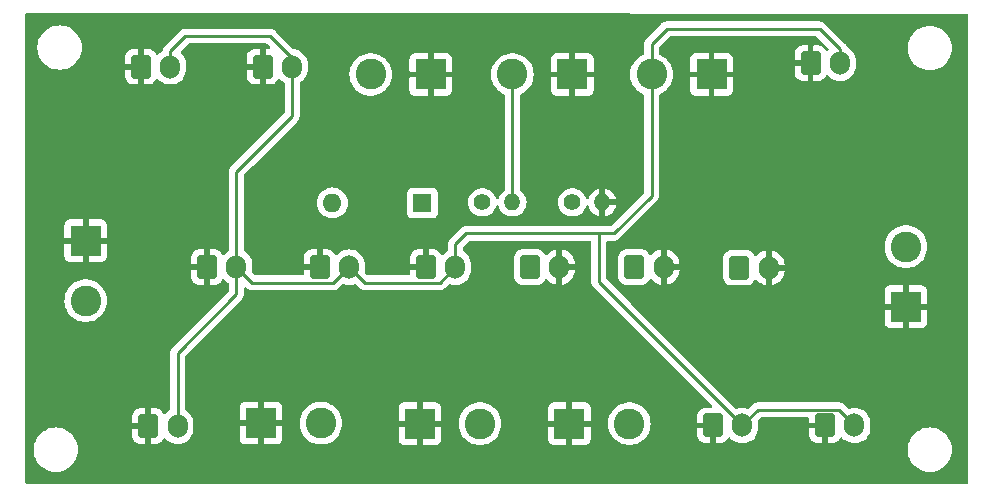
<source format=gbr>
%TF.GenerationSoftware,KiCad,Pcbnew,(7.0.0-0)*%
%TF.CreationDate,2023-08-08T20:11:38-05:00*%
%TF.ProjectId,DingoPCB,44696e67-6f50-4434-922e-6b696361645f,rev?*%
%TF.SameCoordinates,Original*%
%TF.FileFunction,Copper,L2,Bot*%
%TF.FilePolarity,Positive*%
%FSLAX46Y46*%
G04 Gerber Fmt 4.6, Leading zero omitted, Abs format (unit mm)*
G04 Created by KiCad (PCBNEW (7.0.0-0)) date 2023-08-08 20:11:38*
%MOMM*%
%LPD*%
G01*
G04 APERTURE LIST*
G04 Aperture macros list*
%AMRoundRect*
0 Rectangle with rounded corners*
0 $1 Rounding radius*
0 $2 $3 $4 $5 $6 $7 $8 $9 X,Y pos of 4 corners*
0 Add a 4 corners polygon primitive as box body*
4,1,4,$2,$3,$4,$5,$6,$7,$8,$9,$2,$3,0*
0 Add four circle primitives for the rounded corners*
1,1,$1+$1,$2,$3*
1,1,$1+$1,$4,$5*
1,1,$1+$1,$6,$7*
1,1,$1+$1,$8,$9*
0 Add four rect primitives between the rounded corners*
20,1,$1+$1,$2,$3,$4,$5,0*
20,1,$1+$1,$4,$5,$6,$7,0*
20,1,$1+$1,$6,$7,$8,$9,0*
20,1,$1+$1,$8,$9,$2,$3,0*%
G04 Aperture macros list end*
%TA.AperFunction,ComponentPad*%
%ADD10RoundRect,0.250000X-0.600000X-0.750000X0.600000X-0.750000X0.600000X0.750000X-0.600000X0.750000X0*%
%TD*%
%TA.AperFunction,ComponentPad*%
%ADD11O,1.700000X2.000000*%
%TD*%
%TA.AperFunction,ComponentPad*%
%ADD12R,2.600000X2.600000*%
%TD*%
%TA.AperFunction,ComponentPad*%
%ADD13C,2.600000*%
%TD*%
%TA.AperFunction,ComponentPad*%
%ADD14C,1.400000*%
%TD*%
%TA.AperFunction,ComponentPad*%
%ADD15O,1.400000X1.400000*%
%TD*%
%TA.AperFunction,ComponentPad*%
%ADD16R,1.600000X1.600000*%
%TD*%
%TA.AperFunction,ComponentPad*%
%ADD17O,1.600000X1.600000*%
%TD*%
%TA.AperFunction,Conductor*%
%ADD18C,0.250000*%
%TD*%
G04 APERTURE END LIST*
D10*
%TO.P,J12,1,Pin_1*%
%TO.N,GND*%
X25338400Y-21539200D03*
D11*
%TO.P,J12,2,Pin_2*%
%TO.N,+5V*%
X27838399Y-21539199D03*
%TD*%
D12*
%TO.P,J1,1,Pin_1*%
%TO.N,GND*%
X5537199Y-19303999D03*
D13*
%TO.P,J1,2,Pin_2*%
%TO.N,+15V*%
X5537200Y-24384000D03*
%TD*%
D10*
%TO.P,J11,1,Pin_1*%
%TO.N,+12V*%
X43129200Y-21539200D03*
D11*
%TO.P,J11,2,Pin_2*%
%TO.N,GND*%
X45629199Y-21539199D03*
%TD*%
D14*
%TO.P,R2,1*%
%TO.N,Net-(J10-Pin_2)*%
X46735200Y-16052800D03*
D15*
%TO.P,R2,2*%
%TO.N,GND*%
X49275199Y-16052799D03*
%TD*%
D12*
%TO.P,J4,1,Pin_1*%
%TO.N,GND*%
X33832799Y-34797999D03*
D13*
%TO.P,J4,2,Pin_2*%
%TO.N,+15V*%
X38912800Y-34798000D03*
%TD*%
D10*
%TO.P,J20,1,Pin_1*%
%TO.N,GND*%
X66903600Y-4267200D03*
D11*
%TO.P,J20,2,Pin_2*%
%TO.N,+5V*%
X69403599Y-4267199D03*
%TD*%
D12*
%TO.P,J2,1,Pin_1*%
%TO.N,GND*%
X34747199Y-5232399D03*
D13*
%TO.P,J2,2,Pin_2*%
%TO.N,+15V*%
X29667200Y-5232400D03*
%TD*%
D10*
%TO.P,J8,1,Pin_1*%
%TO.N,+12V*%
X51968400Y-21539200D03*
D11*
%TO.P,J8,2,Pin_2*%
%TO.N,GND*%
X54468399Y-21539199D03*
%TD*%
D10*
%TO.P,J9,1,Pin_1*%
%TO.N,GND*%
X15798800Y-21539200D03*
D11*
%TO.P,J9,2,Pin_2*%
%TO.N,+5V*%
X18298799Y-21539199D03*
%TD*%
D12*
%TO.P,J7,1,Pin_1*%
%TO.N,GND*%
X58521599Y-5232399D03*
D13*
%TO.P,J7,2,Pin_2*%
%TO.N,+5V*%
X53441600Y-5232400D03*
%TD*%
D10*
%TO.P,J17,1,Pin_1*%
%TO.N,GND*%
X10809600Y-35001200D03*
D11*
%TO.P,J17,2,Pin_2*%
%TO.N,+5V*%
X13309599Y-35001199D03*
%TD*%
D10*
%TO.P,J14,1,Pin_1*%
%TO.N,GND*%
X34330000Y-21539200D03*
D11*
%TO.P,J14,2,Pin_2*%
%TO.N,+5V*%
X36829999Y-21539199D03*
%TD*%
D16*
%TO.P,D1,1,K*%
%TO.N,Net-(D1-K)*%
X34035999Y-16103599D03*
D17*
%TO.P,D1,2,A*%
%TO.N,+15V*%
X26415999Y-16103599D03*
%TD*%
D10*
%TO.P,J18,1,Pin_1*%
%TO.N,GND*%
X68122800Y-34950400D03*
D11*
%TO.P,J18,2,Pin_2*%
%TO.N,+5V*%
X70622799Y-34950399D03*
%TD*%
D14*
%TO.P,R1,1*%
%TO.N,Net-(D1-K)*%
X39116000Y-16052800D03*
D15*
%TO.P,R1,2*%
%TO.N,Net-(J10-Pin_2)*%
X41655999Y-16052799D03*
%TD*%
D10*
%TO.P,J15,1,Pin_1*%
%TO.N,GND*%
X10200000Y-4572000D03*
D11*
%TO.P,J15,2,Pin_2*%
%TO.N,+5V*%
X12699999Y-4571999D03*
%TD*%
D10*
%TO.P,J13,1,Pin_1*%
%TO.N,+12V*%
X60858400Y-21590000D03*
D11*
%TO.P,J13,2,Pin_2*%
%TO.N,GND*%
X63358399Y-21589999D03*
%TD*%
D12*
%TO.P,J3,1,Pin_1*%
%TO.N,GND*%
X20370799Y-34747199D03*
D13*
%TO.P,J3,2,Pin_2*%
%TO.N,+15V*%
X25450800Y-34747200D03*
%TD*%
D10*
%TO.P,J16,1,Pin_1*%
%TO.N,GND*%
X20512400Y-4572000D03*
D11*
%TO.P,J16,2,Pin_2*%
%TO.N,+5V*%
X23012399Y-4571999D03*
%TD*%
D12*
%TO.P,J5,1,Pin_1*%
%TO.N,GND*%
X46481999Y-34797999D03*
D13*
%TO.P,J5,2,Pin_2*%
%TO.N,+15V*%
X51562000Y-34798000D03*
%TD*%
D12*
%TO.P,J6,1,Pin_1*%
%TO.N,GND*%
X74980799Y-24891999D03*
D13*
%TO.P,J6,2,Pin_2*%
%TO.N,+12V*%
X74980800Y-19812000D03*
%TD*%
D12*
%TO.P,J10,1,Pin_1*%
%TO.N,GND*%
X46735999Y-5232399D03*
D13*
%TO.P,J10,2,Pin_2*%
%TO.N,Net-(J10-Pin_2)*%
X41656000Y-5232400D03*
%TD*%
D10*
%TO.P,J19,1,Pin_1*%
%TO.N,GND*%
X58623200Y-34950400D03*
D11*
%TO.P,J19,2,Pin_2*%
%TO.N,+5V*%
X61123199Y-34950399D03*
%TD*%
D18*
%TO.N,+5V*%
X23012400Y-8737600D02*
X18298800Y-13451200D01*
X37744400Y-18694400D02*
X36830000Y-19608800D01*
X53441600Y-5232400D02*
X53441600Y-2641600D01*
X35505000Y-22864200D02*
X36830000Y-21539200D01*
X48971200Y-18694400D02*
X37744400Y-18694400D01*
X53441600Y-15494000D02*
X50241200Y-18694400D01*
X12700000Y-3251200D02*
X13970000Y-1981200D01*
X19623800Y-22864200D02*
X26513400Y-22864200D01*
X70622800Y-34950400D02*
X69297800Y-33625400D01*
X13970000Y-1981200D02*
X21132800Y-1981200D01*
X18298800Y-13451200D02*
X18298800Y-21539200D01*
X50241200Y-18694400D02*
X48971200Y-18694400D01*
X27838400Y-21539200D02*
X29163400Y-22864200D01*
X36830000Y-19608800D02*
X36830000Y-21539200D01*
X48971200Y-22798400D02*
X48971200Y-18694400D01*
X26513400Y-22864200D02*
X27838400Y-21539200D01*
X69297800Y-33625400D02*
X62448200Y-33625400D01*
X54711600Y-1371600D02*
X67665600Y-1371600D01*
X18298800Y-21539200D02*
X19623800Y-22864200D01*
X21132800Y-1981200D02*
X23012400Y-3860800D01*
X62448200Y-33625400D02*
X61123200Y-34950400D01*
X53441600Y-5232400D02*
X53441600Y-15494000D01*
X53441600Y-2641600D02*
X54711600Y-1371600D01*
X67665600Y-1371600D02*
X69403600Y-3109600D01*
X29163400Y-22864200D02*
X35505000Y-22864200D01*
X61123200Y-34950400D02*
X48971200Y-22798400D01*
X69403600Y-3109600D02*
X69403600Y-4267200D01*
X18298800Y-23814400D02*
X13309600Y-28803600D01*
X23012400Y-4572000D02*
X23012400Y-8737600D01*
X23012400Y-3860800D02*
X23012400Y-4572000D01*
X18298800Y-21539200D02*
X18298800Y-23814400D01*
X12700000Y-4572000D02*
X12700000Y-3251200D01*
X13309600Y-28803600D02*
X13309600Y-35001200D01*
%TO.N,Net-(J10-Pin_2)*%
X41656000Y-5232400D02*
X41656000Y-16052800D01*
%TD*%
%TA.AperFunction,Conductor*%
%TO.N,GND*%
G36*
X23608793Y-65559D02*
G01*
X80140079Y-101521D01*
X80202046Y-118160D01*
X80247400Y-163544D01*
X80264000Y-225521D01*
X80264000Y-39754000D01*
X80247387Y-39816000D01*
X80202000Y-39861387D01*
X80140000Y-39878000D01*
X530400Y-39878000D01*
X468400Y-39861387D01*
X423013Y-39816000D01*
X406400Y-39754000D01*
X406400Y-37000000D01*
X1120612Y-37000000D01*
X1120928Y-37004418D01*
X1139424Y-37263042D01*
X1139425Y-37263051D01*
X1139741Y-37267465D01*
X1140681Y-37271790D01*
X1140683Y-37271798D01*
X1190356Y-37500140D01*
X1196740Y-37529485D01*
X1290449Y-37780726D01*
X1292569Y-37784608D01*
X1292572Y-37784615D01*
X1416831Y-38012180D01*
X1416835Y-38012187D01*
X1418958Y-38016074D01*
X1421615Y-38019623D01*
X1577000Y-38227194D01*
X1577005Y-38227200D01*
X1579653Y-38230737D01*
X1769263Y-38420347D01*
X1772800Y-38422995D01*
X1772805Y-38422999D01*
X1875404Y-38499803D01*
X1983926Y-38581042D01*
X1987816Y-38583166D01*
X1987819Y-38583168D01*
X2215384Y-38707427D01*
X2219274Y-38709551D01*
X2470515Y-38803260D01*
X2732535Y-38860259D01*
X3000000Y-38879388D01*
X3267465Y-38860259D01*
X3529485Y-38803260D01*
X3780726Y-38709551D01*
X4016074Y-38581042D01*
X4230737Y-38420347D01*
X4420347Y-38230737D01*
X4581042Y-38016074D01*
X4709551Y-37780726D01*
X4803260Y-37529485D01*
X4860259Y-37267465D01*
X4879388Y-37000000D01*
X75120612Y-37000000D01*
X75120928Y-37004418D01*
X75139424Y-37263042D01*
X75139425Y-37263051D01*
X75139741Y-37267465D01*
X75140681Y-37271790D01*
X75140683Y-37271798D01*
X75190356Y-37500140D01*
X75196740Y-37529485D01*
X75290449Y-37780726D01*
X75292569Y-37784608D01*
X75292572Y-37784615D01*
X75416831Y-38012180D01*
X75416835Y-38012187D01*
X75418958Y-38016074D01*
X75421615Y-38019623D01*
X75577000Y-38227194D01*
X75577005Y-38227200D01*
X75579653Y-38230737D01*
X75769263Y-38420347D01*
X75772800Y-38422995D01*
X75772805Y-38422999D01*
X75875404Y-38499803D01*
X75983926Y-38581042D01*
X75987816Y-38583166D01*
X75987819Y-38583168D01*
X76215384Y-38707427D01*
X76219274Y-38709551D01*
X76470515Y-38803260D01*
X76732535Y-38860259D01*
X77000000Y-38879388D01*
X77267465Y-38860259D01*
X77529485Y-38803260D01*
X77780726Y-38709551D01*
X78016074Y-38581042D01*
X78230737Y-38420347D01*
X78420347Y-38230737D01*
X78581042Y-38016074D01*
X78709551Y-37780726D01*
X78803260Y-37529485D01*
X78860259Y-37267465D01*
X78879388Y-37000000D01*
X78860259Y-36732535D01*
X78803260Y-36470515D01*
X78709551Y-36219274D01*
X78693400Y-36189695D01*
X78583168Y-35987819D01*
X78583166Y-35987816D01*
X78581042Y-35983926D01*
X78487914Y-35859522D01*
X78422999Y-35772805D01*
X78422995Y-35772800D01*
X78420347Y-35769263D01*
X78230737Y-35579653D01*
X78227200Y-35577005D01*
X78227194Y-35577000D01*
X78019623Y-35421615D01*
X78016074Y-35418958D01*
X78012187Y-35416835D01*
X78012180Y-35416831D01*
X77784615Y-35292572D01*
X77784608Y-35292569D01*
X77780726Y-35290449D01*
X77776576Y-35288901D01*
X77533628Y-35198285D01*
X77533624Y-35198283D01*
X77529485Y-35196740D01*
X77500140Y-35190356D01*
X77271798Y-35140683D01*
X77271790Y-35140681D01*
X77267465Y-35139741D01*
X77263051Y-35139425D01*
X77263042Y-35139424D01*
X77004418Y-35120928D01*
X77000000Y-35120612D01*
X76995582Y-35120928D01*
X76736957Y-35139424D01*
X76736946Y-35139425D01*
X76732535Y-35139741D01*
X76728211Y-35140681D01*
X76728201Y-35140683D01*
X76474840Y-35195799D01*
X76474837Y-35195799D01*
X76470515Y-35196740D01*
X76466379Y-35198282D01*
X76466371Y-35198285D01*
X76223423Y-35288901D01*
X76223417Y-35288903D01*
X76219274Y-35290449D01*
X76215396Y-35292566D01*
X76215384Y-35292572D01*
X75987819Y-35416831D01*
X75987805Y-35416839D01*
X75983926Y-35418958D01*
X75980380Y-35421611D01*
X75980376Y-35421615D01*
X75772805Y-35577000D01*
X75772792Y-35577010D01*
X75769263Y-35579653D01*
X75766137Y-35582778D01*
X75766130Y-35582785D01*
X75582785Y-35766130D01*
X75582778Y-35766137D01*
X75579653Y-35769263D01*
X75577010Y-35772792D01*
X75577000Y-35772805D01*
X75421615Y-35980376D01*
X75421611Y-35980380D01*
X75418958Y-35983926D01*
X75416839Y-35987805D01*
X75416831Y-35987819D01*
X75292572Y-36215384D01*
X75292566Y-36215396D01*
X75290449Y-36219274D01*
X75288903Y-36223417D01*
X75288901Y-36223423D01*
X75198285Y-36466371D01*
X75198282Y-36466379D01*
X75196740Y-36470515D01*
X75195799Y-36474837D01*
X75195799Y-36474840D01*
X75140683Y-36728201D01*
X75140681Y-36728211D01*
X75139741Y-36732535D01*
X75139425Y-36736946D01*
X75139424Y-36736957D01*
X75121561Y-36986727D01*
X75120612Y-37000000D01*
X4879388Y-37000000D01*
X4860259Y-36732535D01*
X4803260Y-36470515D01*
X4709551Y-36219274D01*
X4693400Y-36189695D01*
X4583168Y-35987819D01*
X4583166Y-35987816D01*
X4581042Y-35983926D01*
X4487914Y-35859522D01*
X4441881Y-35798029D01*
X9459601Y-35798029D01*
X9459921Y-35804311D01*
X9469405Y-35897159D01*
X9472223Y-35910322D01*
X9522970Y-36063467D01*
X9529032Y-36076466D01*
X9613490Y-36213394D01*
X9622394Y-36224655D01*
X9736144Y-36338405D01*
X9747405Y-36347309D01*
X9884333Y-36431767D01*
X9897332Y-36437829D01*
X10050474Y-36488575D01*
X10063641Y-36491394D01*
X10156490Y-36500880D01*
X10162768Y-36501200D01*
X10543274Y-36501200D01*
X10556149Y-36497749D01*
X10559600Y-36484874D01*
X10559600Y-35267526D01*
X10556149Y-35254650D01*
X10543274Y-35251200D01*
X9475927Y-35251200D01*
X9463051Y-35254650D01*
X9459601Y-35267526D01*
X9459601Y-35798029D01*
X4441881Y-35798029D01*
X4422999Y-35772805D01*
X4422995Y-35772800D01*
X4420347Y-35769263D01*
X4230737Y-35579653D01*
X4227200Y-35577005D01*
X4227194Y-35577000D01*
X4019623Y-35421615D01*
X4016074Y-35418958D01*
X4012187Y-35416835D01*
X4012180Y-35416831D01*
X3784615Y-35292572D01*
X3784608Y-35292569D01*
X3780726Y-35290449D01*
X3776576Y-35288901D01*
X3533628Y-35198285D01*
X3533624Y-35198283D01*
X3529485Y-35196740D01*
X3500140Y-35190356D01*
X3271798Y-35140683D01*
X3271790Y-35140681D01*
X3267465Y-35139741D01*
X3263051Y-35139425D01*
X3263042Y-35139424D01*
X3004418Y-35120928D01*
X3000000Y-35120612D01*
X2995582Y-35120928D01*
X2736957Y-35139424D01*
X2736946Y-35139425D01*
X2732535Y-35139741D01*
X2728211Y-35140681D01*
X2728201Y-35140683D01*
X2474840Y-35195799D01*
X2474837Y-35195799D01*
X2470515Y-35196740D01*
X2466379Y-35198282D01*
X2466371Y-35198285D01*
X2223423Y-35288901D01*
X2223417Y-35288903D01*
X2219274Y-35290449D01*
X2215396Y-35292566D01*
X2215384Y-35292572D01*
X1987819Y-35416831D01*
X1987805Y-35416839D01*
X1983926Y-35418958D01*
X1980380Y-35421611D01*
X1980376Y-35421615D01*
X1772805Y-35577000D01*
X1772792Y-35577010D01*
X1769263Y-35579653D01*
X1766137Y-35582778D01*
X1766130Y-35582785D01*
X1582785Y-35766130D01*
X1582778Y-35766137D01*
X1579653Y-35769263D01*
X1577010Y-35772792D01*
X1577000Y-35772805D01*
X1421615Y-35980376D01*
X1421611Y-35980380D01*
X1418958Y-35983926D01*
X1416839Y-35987805D01*
X1416831Y-35987819D01*
X1292572Y-36215384D01*
X1292566Y-36215396D01*
X1290449Y-36219274D01*
X1288903Y-36223417D01*
X1288901Y-36223423D01*
X1198285Y-36466371D01*
X1198282Y-36466379D01*
X1196740Y-36470515D01*
X1195799Y-36474837D01*
X1195799Y-36474840D01*
X1140683Y-36728201D01*
X1140681Y-36728211D01*
X1139741Y-36732535D01*
X1139425Y-36736946D01*
X1139424Y-36736957D01*
X1121561Y-36986727D01*
X1120612Y-37000000D01*
X406400Y-37000000D01*
X406400Y-34734874D01*
X9459600Y-34734874D01*
X9463050Y-34747749D01*
X9475926Y-34751200D01*
X10543274Y-34751200D01*
X10556149Y-34747749D01*
X10559600Y-34734874D01*
X10559600Y-33517527D01*
X10556149Y-33504651D01*
X10543274Y-33501201D01*
X10162771Y-33501201D01*
X10156488Y-33501521D01*
X10063640Y-33511005D01*
X10050477Y-33513823D01*
X9897332Y-33564570D01*
X9884333Y-33570632D01*
X9747405Y-33655090D01*
X9736144Y-33663994D01*
X9622394Y-33777744D01*
X9613490Y-33789005D01*
X9529032Y-33925933D01*
X9522970Y-33938932D01*
X9472224Y-34092074D01*
X9469405Y-34105241D01*
X9459919Y-34198090D01*
X9459600Y-34204368D01*
X9459600Y-34734874D01*
X406400Y-34734874D01*
X406400Y-24384000D01*
X3731651Y-24384000D01*
X3731998Y-24388631D01*
X3749761Y-24625674D01*
X3751817Y-24653103D01*
X3811866Y-24916195D01*
X3910457Y-25167398D01*
X4045385Y-25401102D01*
X4213639Y-25612085D01*
X4411459Y-25795635D01*
X4634426Y-25947651D01*
X4877559Y-26064738D01*
X4881987Y-26066103D01*
X4881990Y-26066105D01*
X5006493Y-26104509D01*
X5135428Y-26144280D01*
X5402271Y-26184500D01*
X5667492Y-26184500D01*
X5672129Y-26184500D01*
X5938972Y-26144280D01*
X6196841Y-26064738D01*
X6439975Y-25947651D01*
X6662941Y-25795635D01*
X6860761Y-25612085D01*
X7029015Y-25401102D01*
X7163943Y-25167398D01*
X7262534Y-24916195D01*
X7322583Y-24653103D01*
X7342749Y-24384000D01*
X7322583Y-24114897D01*
X7262534Y-23851805D01*
X7163943Y-23600602D01*
X7029015Y-23366898D01*
X6860761Y-23155915D01*
X6719468Y-23024814D01*
X6666346Y-22975524D01*
X6666343Y-22975521D01*
X6662941Y-22972365D01*
X6659112Y-22969754D01*
X6659109Y-22969752D01*
X6471181Y-22841625D01*
X6439975Y-22820349D01*
X6418834Y-22810168D01*
X6201020Y-22705274D01*
X6201014Y-22705271D01*
X6196841Y-22703262D01*
X6192419Y-22701898D01*
X6192409Y-22701894D01*
X5943402Y-22625086D01*
X5943396Y-22625084D01*
X5938972Y-22623720D01*
X5934395Y-22623030D01*
X5934386Y-22623028D01*
X5676714Y-22584191D01*
X5676713Y-22584190D01*
X5672129Y-22583500D01*
X5402271Y-22583500D01*
X5397687Y-22584190D01*
X5397685Y-22584191D01*
X5140013Y-22623028D01*
X5140001Y-22623030D01*
X5135428Y-22623720D01*
X5131006Y-22625083D01*
X5130997Y-22625086D01*
X4881990Y-22701894D01*
X4881975Y-22701899D01*
X4877559Y-22703262D01*
X4873385Y-22705271D01*
X4873380Y-22705274D01*
X4638611Y-22818333D01*
X4638604Y-22818336D01*
X4634426Y-22820349D01*
X4630593Y-22822962D01*
X4630590Y-22822964D01*
X4415290Y-22969752D01*
X4415280Y-22969759D01*
X4411459Y-22972365D01*
X4408063Y-22975516D01*
X4408053Y-22975524D01*
X4217043Y-23152756D01*
X4217039Y-23152759D01*
X4213639Y-23155915D01*
X4210749Y-23159537D01*
X4210746Y-23159542D01*
X4048996Y-23362370D01*
X4045385Y-23366898D01*
X4043066Y-23370913D01*
X4043065Y-23370916D01*
X3912778Y-23596581D01*
X3912775Y-23596586D01*
X3910457Y-23600602D01*
X3908763Y-23604916D01*
X3908761Y-23604922D01*
X3821823Y-23826435D01*
X3811866Y-23851805D01*
X3810833Y-23856326D01*
X3810832Y-23856333D01*
X3752848Y-24110377D01*
X3752846Y-24110385D01*
X3751817Y-24114897D01*
X3751470Y-24119516D01*
X3751470Y-24119522D01*
X3741813Y-24248389D01*
X3731651Y-24384000D01*
X406400Y-24384000D01*
X406400Y-22336029D01*
X14448801Y-22336029D01*
X14449121Y-22342311D01*
X14458605Y-22435159D01*
X14461423Y-22448322D01*
X14512170Y-22601467D01*
X14518232Y-22614466D01*
X14602690Y-22751394D01*
X14611594Y-22762655D01*
X14725344Y-22876405D01*
X14736605Y-22885309D01*
X14873533Y-22969767D01*
X14886532Y-22975829D01*
X15039674Y-23026575D01*
X15052841Y-23029394D01*
X15145690Y-23038880D01*
X15151968Y-23039200D01*
X15532474Y-23039200D01*
X15545349Y-23035749D01*
X15548800Y-23022874D01*
X15548800Y-21805526D01*
X15545349Y-21792650D01*
X15532474Y-21789200D01*
X14465127Y-21789200D01*
X14452251Y-21792650D01*
X14448801Y-21805526D01*
X14448801Y-22336029D01*
X406400Y-22336029D01*
X406400Y-21272874D01*
X14448800Y-21272874D01*
X14452250Y-21285749D01*
X14465126Y-21289200D01*
X15532474Y-21289200D01*
X15545349Y-21285749D01*
X15548800Y-21272874D01*
X15548800Y-20055527D01*
X15545349Y-20042651D01*
X15532474Y-20039201D01*
X15151971Y-20039201D01*
X15145688Y-20039521D01*
X15052840Y-20049005D01*
X15039677Y-20051823D01*
X14886532Y-20102570D01*
X14873533Y-20108632D01*
X14736605Y-20193090D01*
X14725344Y-20201994D01*
X14611594Y-20315744D01*
X14602690Y-20327005D01*
X14518232Y-20463933D01*
X14512170Y-20476932D01*
X14461424Y-20630074D01*
X14458605Y-20643241D01*
X14449119Y-20736090D01*
X14448800Y-20742368D01*
X14448800Y-21272874D01*
X406400Y-21272874D01*
X406400Y-20648518D01*
X3737200Y-20648518D01*
X3737553Y-20655114D01*
X3742773Y-20703667D01*
X3746311Y-20718641D01*
X3790747Y-20837777D01*
X3799162Y-20853189D01*
X3874698Y-20954092D01*
X3887107Y-20966501D01*
X3988010Y-21042037D01*
X4003422Y-21050452D01*
X4122558Y-21094888D01*
X4137532Y-21098426D01*
X4186085Y-21103646D01*
X4192682Y-21104000D01*
X5270874Y-21104000D01*
X5283749Y-21100549D01*
X5287200Y-21087674D01*
X5787200Y-21087674D01*
X5790650Y-21100549D01*
X5803526Y-21104000D01*
X6881718Y-21104000D01*
X6888314Y-21103646D01*
X6936867Y-21098426D01*
X6951841Y-21094888D01*
X7070977Y-21050452D01*
X7086389Y-21042037D01*
X7187292Y-20966501D01*
X7199701Y-20954092D01*
X7275237Y-20853189D01*
X7283652Y-20837777D01*
X7328088Y-20718641D01*
X7331626Y-20703667D01*
X7336846Y-20655114D01*
X7337200Y-20648518D01*
X7337200Y-19570326D01*
X7333749Y-19557450D01*
X7320874Y-19554000D01*
X5803526Y-19554000D01*
X5790650Y-19557450D01*
X5787200Y-19570326D01*
X5787200Y-21087674D01*
X5287200Y-21087674D01*
X5287200Y-19570326D01*
X5283749Y-19557450D01*
X5270874Y-19554000D01*
X3753526Y-19554000D01*
X3740650Y-19557450D01*
X3737200Y-19570326D01*
X3737200Y-20648518D01*
X406400Y-20648518D01*
X406400Y-19037674D01*
X3737200Y-19037674D01*
X3740650Y-19050549D01*
X3753526Y-19054000D01*
X5270874Y-19054000D01*
X5283749Y-19050549D01*
X5287200Y-19037674D01*
X5787200Y-19037674D01*
X5790650Y-19050549D01*
X5803526Y-19054000D01*
X7320874Y-19054000D01*
X7333749Y-19050549D01*
X7337200Y-19037674D01*
X7337200Y-17959482D01*
X7336846Y-17952885D01*
X7331626Y-17904332D01*
X7328088Y-17889358D01*
X7283652Y-17770222D01*
X7275237Y-17754810D01*
X7199701Y-17653907D01*
X7187292Y-17641498D01*
X7086389Y-17565962D01*
X7070977Y-17557547D01*
X6951841Y-17513111D01*
X6936867Y-17509573D01*
X6888314Y-17504353D01*
X6881718Y-17504000D01*
X5803526Y-17504000D01*
X5790650Y-17507450D01*
X5787200Y-17520326D01*
X5787200Y-19037674D01*
X5287200Y-19037674D01*
X5287200Y-17520326D01*
X5283749Y-17507450D01*
X5270874Y-17504000D01*
X4192682Y-17504000D01*
X4186085Y-17504353D01*
X4137532Y-17509573D01*
X4122558Y-17513111D01*
X4003422Y-17557547D01*
X3988010Y-17565962D01*
X3887107Y-17641498D01*
X3874698Y-17653907D01*
X3799162Y-17754810D01*
X3790747Y-17770222D01*
X3746311Y-17889358D01*
X3742773Y-17904332D01*
X3737553Y-17952885D01*
X3737200Y-17959482D01*
X3737200Y-19037674D01*
X406400Y-19037674D01*
X406400Y-5368829D01*
X8850001Y-5368829D01*
X8850321Y-5375111D01*
X8859805Y-5467959D01*
X8862623Y-5481122D01*
X8913370Y-5634267D01*
X8919432Y-5647266D01*
X9003890Y-5784194D01*
X9012794Y-5795455D01*
X9126544Y-5909205D01*
X9137805Y-5918109D01*
X9274733Y-6002567D01*
X9287732Y-6008629D01*
X9440874Y-6059375D01*
X9454041Y-6062194D01*
X9546890Y-6071680D01*
X9553168Y-6072000D01*
X9933674Y-6072000D01*
X9946549Y-6068549D01*
X9950000Y-6055674D01*
X9950000Y-6055673D01*
X10450000Y-6055673D01*
X10453450Y-6068548D01*
X10466326Y-6071999D01*
X10846829Y-6071999D01*
X10853111Y-6071678D01*
X10945959Y-6062194D01*
X10959122Y-6059376D01*
X11112267Y-6008629D01*
X11125266Y-6002567D01*
X11262194Y-5918109D01*
X11273455Y-5909205D01*
X11387205Y-5795455D01*
X11396109Y-5784194D01*
X11484358Y-5641122D01*
X11485205Y-5641644D01*
X11517286Y-5601667D01*
X11571241Y-5577922D01*
X11630064Y-5581775D01*
X11680460Y-5612356D01*
X11828599Y-5760495D01*
X11833031Y-5763598D01*
X11833033Y-5763600D01*
X11878527Y-5795455D01*
X12022170Y-5896035D01*
X12027070Y-5898320D01*
X12027072Y-5898321D01*
X12050413Y-5909205D01*
X12236337Y-5995903D01*
X12241567Y-5997304D01*
X12241569Y-5997305D01*
X12283619Y-6008572D01*
X12464592Y-6057063D01*
X12700000Y-6077659D01*
X12935408Y-6057063D01*
X13163663Y-5995903D01*
X13377829Y-5896035D01*
X13571401Y-5760495D01*
X13738495Y-5593401D01*
X13874035Y-5399829D01*
X13888491Y-5368829D01*
X19162401Y-5368829D01*
X19162721Y-5375111D01*
X19172205Y-5467959D01*
X19175023Y-5481122D01*
X19225770Y-5634267D01*
X19231832Y-5647266D01*
X19316290Y-5784194D01*
X19325194Y-5795455D01*
X19438944Y-5909205D01*
X19450205Y-5918109D01*
X19587133Y-6002567D01*
X19600132Y-6008629D01*
X19753274Y-6059375D01*
X19766441Y-6062194D01*
X19859290Y-6071680D01*
X19865568Y-6072000D01*
X20246074Y-6072000D01*
X20258949Y-6068549D01*
X20262400Y-6055674D01*
X20262400Y-4838326D01*
X20258949Y-4825450D01*
X20246074Y-4822000D01*
X19178727Y-4822000D01*
X19165851Y-4825450D01*
X19162401Y-4838326D01*
X19162401Y-5368829D01*
X13888491Y-5368829D01*
X13973903Y-5185663D01*
X14035063Y-4957408D01*
X14050500Y-4780966D01*
X14050500Y-4363034D01*
X14045482Y-4305674D01*
X19162400Y-4305674D01*
X19165850Y-4318549D01*
X19178726Y-4322000D01*
X20246074Y-4322000D01*
X20258949Y-4318549D01*
X20262400Y-4305674D01*
X20262400Y-3088327D01*
X20258949Y-3075451D01*
X20246074Y-3072001D01*
X19865571Y-3072001D01*
X19859288Y-3072321D01*
X19766440Y-3081805D01*
X19753277Y-3084623D01*
X19600132Y-3135370D01*
X19587133Y-3141432D01*
X19450205Y-3225890D01*
X19438944Y-3234794D01*
X19325194Y-3348544D01*
X19316290Y-3359805D01*
X19231832Y-3496733D01*
X19225770Y-3509732D01*
X19175024Y-3662874D01*
X19172205Y-3676041D01*
X19162719Y-3768890D01*
X19162400Y-3775168D01*
X19162400Y-4305674D01*
X14045482Y-4305674D01*
X14035063Y-4186592D01*
X13985301Y-4000874D01*
X13975305Y-3963569D01*
X13975304Y-3963567D01*
X13973903Y-3958337D01*
X13874035Y-3744171D01*
X13738495Y-3550599D01*
X13599523Y-3411627D01*
X13567429Y-3356039D01*
X13567429Y-3291852D01*
X13599521Y-3236268D01*
X14192771Y-2643019D01*
X14233000Y-2616139D01*
X14280453Y-2606700D01*
X20822348Y-2606700D01*
X20869801Y-2616139D01*
X20910029Y-2643019D01*
X21127329Y-2860319D01*
X21157579Y-2909682D01*
X21162121Y-2967398D01*
X21139966Y-3020885D01*
X21095943Y-3058485D01*
X21039648Y-3072000D01*
X20778726Y-3072000D01*
X20765850Y-3075450D01*
X20762400Y-3088326D01*
X20762400Y-6055673D01*
X20765850Y-6068548D01*
X20778726Y-6071999D01*
X21159229Y-6071999D01*
X21165511Y-6071678D01*
X21258359Y-6062194D01*
X21271522Y-6059376D01*
X21424667Y-6008629D01*
X21437666Y-6002567D01*
X21574594Y-5918109D01*
X21585855Y-5909205D01*
X21699605Y-5795455D01*
X21708509Y-5784194D01*
X21796758Y-5641122D01*
X21797605Y-5641644D01*
X21829686Y-5601667D01*
X21883641Y-5577922D01*
X21942464Y-5581775D01*
X21992860Y-5612356D01*
X22140999Y-5760495D01*
X22145431Y-5763598D01*
X22145433Y-5763600D01*
X22334024Y-5895653D01*
X22372889Y-5939971D01*
X22386900Y-5997228D01*
X22386900Y-8427148D01*
X22377461Y-8474601D01*
X22350581Y-8514829D01*
X17911496Y-12953911D01*
X17903311Y-12961359D01*
X17896923Y-12965414D01*
X17891588Y-12971094D01*
X17891583Y-12971099D01*
X17850896Y-13014425D01*
X17848192Y-13017216D01*
X17831428Y-13033980D01*
X17831421Y-13033987D01*
X17828680Y-13036729D01*
X17826300Y-13039796D01*
X17826289Y-13039809D01*
X17826200Y-13039925D01*
X17818642Y-13048770D01*
X17794080Y-13074927D01*
X17794073Y-13074936D01*
X17788738Y-13080618D01*
X17784982Y-13087449D01*
X17784979Y-13087454D01*
X17779085Y-13098175D01*
X17768409Y-13114427D01*
X17760909Y-13124096D01*
X17760901Y-13124107D01*
X17756127Y-13130264D01*
X17753034Y-13137408D01*
X17753029Y-13137419D01*
X17738774Y-13170360D01*
X17733638Y-13180843D01*
X17712603Y-13219108D01*
X17710664Y-13226656D01*
X17710663Y-13226661D01*
X17707622Y-13238507D01*
X17701321Y-13256911D01*
X17696458Y-13268148D01*
X17696456Y-13268152D01*
X17693362Y-13275304D01*
X17692142Y-13283003D01*
X17692142Y-13283005D01*
X17686529Y-13318441D01*
X17684161Y-13329876D01*
X17675238Y-13364628D01*
X17675236Y-13364636D01*
X17673300Y-13372181D01*
X17673300Y-13379977D01*
X17673300Y-13392217D01*
X17671774Y-13411602D01*
X17668640Y-13431396D01*
X17669374Y-13439161D01*
X17669374Y-13439164D01*
X17672750Y-13474876D01*
X17673300Y-13486545D01*
X17673300Y-20113974D01*
X17659289Y-20171231D01*
X17620425Y-20215547D01*
X17567804Y-20252393D01*
X17431834Y-20347599D01*
X17431829Y-20347602D01*
X17427399Y-20350705D01*
X17423575Y-20354528D01*
X17423575Y-20354529D01*
X17279260Y-20498844D01*
X17228865Y-20529423D01*
X17170044Y-20533278D01*
X17116090Y-20509536D01*
X17084004Y-20469555D01*
X17083158Y-20470078D01*
X16994909Y-20327005D01*
X16986005Y-20315744D01*
X16872255Y-20201994D01*
X16860994Y-20193090D01*
X16724066Y-20108632D01*
X16711067Y-20102570D01*
X16557925Y-20051824D01*
X16544758Y-20049005D01*
X16451909Y-20039519D01*
X16445632Y-20039200D01*
X16065126Y-20039200D01*
X16052250Y-20042650D01*
X16048800Y-20055526D01*
X16048800Y-23022873D01*
X16052250Y-23035748D01*
X16065126Y-23039199D01*
X16445629Y-23039199D01*
X16451911Y-23038878D01*
X16544759Y-23029394D01*
X16557922Y-23026576D01*
X16711067Y-22975829D01*
X16724066Y-22969767D01*
X16860994Y-22885309D01*
X16872255Y-22876405D01*
X16986005Y-22762655D01*
X16994909Y-22751394D01*
X17083158Y-22608322D01*
X17084005Y-22608844D01*
X17116086Y-22568867D01*
X17170041Y-22545122D01*
X17228864Y-22548975D01*
X17279260Y-22579556D01*
X17427399Y-22727695D01*
X17431831Y-22730798D01*
X17431833Y-22730800D01*
X17620424Y-22862853D01*
X17659289Y-22907171D01*
X17673300Y-22964428D01*
X17673300Y-23503947D01*
X17663861Y-23551400D01*
X17636981Y-23591628D01*
X12922296Y-28306311D01*
X12914111Y-28313759D01*
X12907723Y-28317814D01*
X12902388Y-28323494D01*
X12902383Y-28323499D01*
X12861696Y-28366825D01*
X12858992Y-28369616D01*
X12842228Y-28386380D01*
X12842221Y-28386387D01*
X12839480Y-28389129D01*
X12837100Y-28392196D01*
X12837089Y-28392209D01*
X12837000Y-28392325D01*
X12829442Y-28401170D01*
X12804880Y-28427327D01*
X12804873Y-28427336D01*
X12799538Y-28433018D01*
X12795782Y-28439849D01*
X12795779Y-28439854D01*
X12789885Y-28450575D01*
X12779209Y-28466827D01*
X12771709Y-28476496D01*
X12771701Y-28476507D01*
X12766927Y-28482664D01*
X12763834Y-28489808D01*
X12763829Y-28489819D01*
X12749574Y-28522760D01*
X12744438Y-28533243D01*
X12723403Y-28571508D01*
X12721464Y-28579056D01*
X12721463Y-28579061D01*
X12718422Y-28590907D01*
X12712121Y-28609311D01*
X12707258Y-28620548D01*
X12707256Y-28620552D01*
X12704162Y-28627704D01*
X12702942Y-28635403D01*
X12702942Y-28635405D01*
X12697329Y-28670841D01*
X12694961Y-28682276D01*
X12686038Y-28717028D01*
X12686036Y-28717036D01*
X12684100Y-28724581D01*
X12684100Y-28732377D01*
X12684100Y-28744617D01*
X12682574Y-28764002D01*
X12679440Y-28783796D01*
X12680174Y-28791561D01*
X12680174Y-28791564D01*
X12683550Y-28827276D01*
X12684100Y-28838945D01*
X12684100Y-33575974D01*
X12670089Y-33633231D01*
X12631223Y-33677549D01*
X12442634Y-33809599D01*
X12442629Y-33809602D01*
X12438199Y-33812705D01*
X12434375Y-33816529D01*
X12290060Y-33960844D01*
X12239665Y-33991423D01*
X12180844Y-33995278D01*
X12126890Y-33971536D01*
X12094804Y-33931555D01*
X12093958Y-33932078D01*
X12005709Y-33789005D01*
X11996805Y-33777744D01*
X11883055Y-33663994D01*
X11871794Y-33655090D01*
X11734866Y-33570632D01*
X11721867Y-33564570D01*
X11568725Y-33513824D01*
X11555558Y-33511005D01*
X11462709Y-33501519D01*
X11456432Y-33501200D01*
X11075926Y-33501200D01*
X11063050Y-33504650D01*
X11059600Y-33517526D01*
X11059600Y-36484873D01*
X11063050Y-36497748D01*
X11075926Y-36501199D01*
X11456429Y-36501199D01*
X11462711Y-36500878D01*
X11555559Y-36491394D01*
X11568722Y-36488576D01*
X11721867Y-36437829D01*
X11734866Y-36431767D01*
X11871794Y-36347309D01*
X11883055Y-36338405D01*
X11996805Y-36224655D01*
X12005709Y-36213394D01*
X12093958Y-36070322D01*
X12094805Y-36070844D01*
X12126886Y-36030867D01*
X12180841Y-36007122D01*
X12239664Y-36010975D01*
X12290059Y-36041555D01*
X12438199Y-36189695D01*
X12442631Y-36192798D01*
X12442633Y-36192800D01*
X12488127Y-36224655D01*
X12631770Y-36325235D01*
X12636670Y-36327520D01*
X12636672Y-36327521D01*
X12645799Y-36331777D01*
X12845937Y-36425103D01*
X12851167Y-36426504D01*
X12851169Y-36426505D01*
X12886359Y-36435934D01*
X13074192Y-36486263D01*
X13309600Y-36506859D01*
X13545008Y-36486263D01*
X13773263Y-36425103D01*
X13987429Y-36325235D01*
X14181001Y-36189695D01*
X14278978Y-36091718D01*
X18570800Y-36091718D01*
X18571153Y-36098314D01*
X18576373Y-36146867D01*
X18579911Y-36161841D01*
X18624347Y-36280977D01*
X18632762Y-36296389D01*
X18708298Y-36397292D01*
X18720707Y-36409701D01*
X18821610Y-36485237D01*
X18837022Y-36493652D01*
X18956158Y-36538088D01*
X18971132Y-36541626D01*
X19019685Y-36546846D01*
X19026282Y-36547200D01*
X20104474Y-36547200D01*
X20117349Y-36543749D01*
X20120800Y-36530874D01*
X20620800Y-36530874D01*
X20624250Y-36543749D01*
X20637126Y-36547200D01*
X21715318Y-36547200D01*
X21721914Y-36546846D01*
X21770467Y-36541626D01*
X21785441Y-36538088D01*
X21904577Y-36493652D01*
X21919989Y-36485237D01*
X22020892Y-36409701D01*
X22033301Y-36397292D01*
X22108837Y-36296389D01*
X22117252Y-36280977D01*
X22161688Y-36161841D01*
X22165226Y-36146867D01*
X22170446Y-36098314D01*
X22170800Y-36091718D01*
X22170800Y-35013526D01*
X22167349Y-35000650D01*
X22154474Y-34997200D01*
X20637126Y-34997200D01*
X20624250Y-35000650D01*
X20620800Y-35013526D01*
X20620800Y-36530874D01*
X20120800Y-36530874D01*
X20120800Y-35013526D01*
X20117349Y-35000650D01*
X20104474Y-34997200D01*
X18587126Y-34997200D01*
X18574250Y-35000650D01*
X18570800Y-35013526D01*
X18570800Y-36091718D01*
X14278978Y-36091718D01*
X14348095Y-36022601D01*
X14483635Y-35829029D01*
X14583503Y-35614863D01*
X14644663Y-35386608D01*
X14660100Y-35210166D01*
X14660100Y-34792234D01*
X14656160Y-34747200D01*
X23645251Y-34747200D01*
X23665417Y-35016303D01*
X23666447Y-35020816D01*
X23666448Y-35020822D01*
X23719818Y-35254650D01*
X23725466Y-35279395D01*
X23727162Y-35283718D01*
X23727163Y-35283719D01*
X23769595Y-35391834D01*
X23824057Y-35530598D01*
X23958985Y-35764302D01*
X24127239Y-35975285D01*
X24185392Y-36029243D01*
X24312160Y-36146867D01*
X24325059Y-36158835D01*
X24548026Y-36310851D01*
X24791159Y-36427938D01*
X24795587Y-36429303D01*
X24795590Y-36429305D01*
X24863976Y-36450399D01*
X25049028Y-36507480D01*
X25315871Y-36547700D01*
X25581092Y-36547700D01*
X25585729Y-36547700D01*
X25852572Y-36507480D01*
X26110441Y-36427938D01*
X26353575Y-36310851D01*
X26576541Y-36158835D01*
X26594127Y-36142518D01*
X32032800Y-36142518D01*
X32033153Y-36149114D01*
X32038373Y-36197667D01*
X32041911Y-36212641D01*
X32086347Y-36331777D01*
X32094762Y-36347189D01*
X32170298Y-36448092D01*
X32182707Y-36460501D01*
X32283610Y-36536037D01*
X32299022Y-36544452D01*
X32418158Y-36588888D01*
X32433132Y-36592426D01*
X32481685Y-36597646D01*
X32488282Y-36598000D01*
X33566474Y-36598000D01*
X33579349Y-36594549D01*
X33582800Y-36581674D01*
X34082800Y-36581674D01*
X34086250Y-36594549D01*
X34099126Y-36598000D01*
X35177318Y-36598000D01*
X35183914Y-36597646D01*
X35232467Y-36592426D01*
X35247441Y-36588888D01*
X35366577Y-36544452D01*
X35381989Y-36536037D01*
X35482892Y-36460501D01*
X35495301Y-36448092D01*
X35570837Y-36347189D01*
X35579252Y-36331777D01*
X35623688Y-36212641D01*
X35627226Y-36197667D01*
X35632446Y-36149114D01*
X35632800Y-36142518D01*
X35632800Y-35064326D01*
X35629349Y-35051450D01*
X35616474Y-35048000D01*
X34099126Y-35048000D01*
X34086250Y-35051450D01*
X34082800Y-35064326D01*
X34082800Y-36581674D01*
X33582800Y-36581674D01*
X33582800Y-35064326D01*
X33579349Y-35051450D01*
X33566474Y-35048000D01*
X32049126Y-35048000D01*
X32036250Y-35051450D01*
X32032800Y-35064326D01*
X32032800Y-36142518D01*
X26594127Y-36142518D01*
X26774361Y-35975285D01*
X26942615Y-35764302D01*
X27077543Y-35530598D01*
X27176134Y-35279395D01*
X27236183Y-35016303D01*
X27252542Y-34798000D01*
X37107251Y-34798000D01*
X37107598Y-34802631D01*
X37122178Y-34997200D01*
X37127417Y-35067103D01*
X37128447Y-35071616D01*
X37128448Y-35071622D01*
X37186432Y-35325666D01*
X37187466Y-35330195D01*
X37286057Y-35581398D01*
X37420985Y-35815102D01*
X37589239Y-36026085D01*
X37706473Y-36134862D01*
X37774160Y-36197667D01*
X37787059Y-36209635D01*
X38010026Y-36361651D01*
X38253159Y-36478738D01*
X38257587Y-36480103D01*
X38257590Y-36480105D01*
X38382093Y-36518509D01*
X38511028Y-36558280D01*
X38777871Y-36598500D01*
X39043092Y-36598500D01*
X39047729Y-36598500D01*
X39314572Y-36558280D01*
X39572441Y-36478738D01*
X39815575Y-36361651D01*
X40038541Y-36209635D01*
X40110876Y-36142518D01*
X44682000Y-36142518D01*
X44682353Y-36149114D01*
X44687573Y-36197667D01*
X44691111Y-36212641D01*
X44735547Y-36331777D01*
X44743962Y-36347189D01*
X44819498Y-36448092D01*
X44831907Y-36460501D01*
X44932810Y-36536037D01*
X44948222Y-36544452D01*
X45067358Y-36588888D01*
X45082332Y-36592426D01*
X45130885Y-36597646D01*
X45137482Y-36598000D01*
X46215674Y-36598000D01*
X46228549Y-36594549D01*
X46232000Y-36581674D01*
X46732000Y-36581674D01*
X46735450Y-36594549D01*
X46748326Y-36598000D01*
X47826518Y-36598000D01*
X47833114Y-36597646D01*
X47881667Y-36592426D01*
X47896641Y-36588888D01*
X48015777Y-36544452D01*
X48031189Y-36536037D01*
X48132092Y-36460501D01*
X48144501Y-36448092D01*
X48220037Y-36347189D01*
X48228452Y-36331777D01*
X48272888Y-36212641D01*
X48276426Y-36197667D01*
X48281646Y-36149114D01*
X48282000Y-36142518D01*
X48282000Y-35064326D01*
X48278549Y-35051450D01*
X48265674Y-35048000D01*
X46748326Y-35048000D01*
X46735450Y-35051450D01*
X46732000Y-35064326D01*
X46732000Y-36581674D01*
X46232000Y-36581674D01*
X46232000Y-35064326D01*
X46228549Y-35051450D01*
X46215674Y-35048000D01*
X44698326Y-35048000D01*
X44685450Y-35051450D01*
X44682000Y-35064326D01*
X44682000Y-36142518D01*
X40110876Y-36142518D01*
X40236361Y-36026085D01*
X40404615Y-35815102D01*
X40539543Y-35581398D01*
X40638134Y-35330195D01*
X40698183Y-35067103D01*
X40718349Y-34798000D01*
X49756451Y-34798000D01*
X49756798Y-34802631D01*
X49771378Y-34997200D01*
X49776617Y-35067103D01*
X49777647Y-35071616D01*
X49777648Y-35071622D01*
X49835632Y-35325666D01*
X49836666Y-35330195D01*
X49935257Y-35581398D01*
X50070185Y-35815102D01*
X50238439Y-36026085D01*
X50355673Y-36134862D01*
X50423360Y-36197667D01*
X50436259Y-36209635D01*
X50659226Y-36361651D01*
X50902359Y-36478738D01*
X50906787Y-36480103D01*
X50906790Y-36480105D01*
X51031293Y-36518509D01*
X51160228Y-36558280D01*
X51427071Y-36598500D01*
X51692292Y-36598500D01*
X51696929Y-36598500D01*
X51963772Y-36558280D01*
X52221641Y-36478738D01*
X52464775Y-36361651D01*
X52687741Y-36209635D01*
X52885561Y-36026085D01*
X53053815Y-35815102D01*
X53093001Y-35747229D01*
X57273201Y-35747229D01*
X57273521Y-35753511D01*
X57283005Y-35846359D01*
X57285823Y-35859522D01*
X57336570Y-36012667D01*
X57342632Y-36025666D01*
X57427090Y-36162594D01*
X57435994Y-36173855D01*
X57549744Y-36287605D01*
X57561005Y-36296509D01*
X57697933Y-36380967D01*
X57710932Y-36387029D01*
X57864074Y-36437775D01*
X57877241Y-36440594D01*
X57970090Y-36450080D01*
X57976368Y-36450400D01*
X58356874Y-36450400D01*
X58369749Y-36446949D01*
X58373200Y-36434074D01*
X58373200Y-35216726D01*
X58369749Y-35203850D01*
X58356874Y-35200400D01*
X57289527Y-35200400D01*
X57276651Y-35203850D01*
X57273201Y-35216726D01*
X57273201Y-35747229D01*
X53093001Y-35747229D01*
X53188743Y-35581398D01*
X53287334Y-35330195D01*
X53347383Y-35067103D01*
X53367549Y-34798000D01*
X53347383Y-34528897D01*
X53287334Y-34265805D01*
X53188743Y-34014602D01*
X53053815Y-33780898D01*
X52885561Y-33569915D01*
X52786651Y-33478140D01*
X52691146Y-33389524D01*
X52691143Y-33389521D01*
X52687741Y-33386365D01*
X52683912Y-33383754D01*
X52683909Y-33383752D01*
X52543587Y-33288082D01*
X52464775Y-33234349D01*
X52459752Y-33231930D01*
X52225820Y-33119274D01*
X52225814Y-33119271D01*
X52221641Y-33117262D01*
X52217219Y-33115898D01*
X52217209Y-33115894D01*
X51968202Y-33039086D01*
X51968196Y-33039084D01*
X51963772Y-33037720D01*
X51959195Y-33037030D01*
X51959186Y-33037028D01*
X51701514Y-32998191D01*
X51701513Y-32998190D01*
X51696929Y-32997500D01*
X51427071Y-32997500D01*
X51422487Y-32998190D01*
X51422485Y-32998191D01*
X51164813Y-33037028D01*
X51164801Y-33037030D01*
X51160228Y-33037720D01*
X51155806Y-33039083D01*
X51155797Y-33039086D01*
X50906790Y-33115894D01*
X50906775Y-33115899D01*
X50902359Y-33117262D01*
X50898185Y-33119271D01*
X50898180Y-33119274D01*
X50663411Y-33232333D01*
X50663404Y-33232336D01*
X50659226Y-33234349D01*
X50655393Y-33236962D01*
X50655390Y-33236964D01*
X50440090Y-33383752D01*
X50440080Y-33383759D01*
X50436259Y-33386365D01*
X50432863Y-33389516D01*
X50432853Y-33389524D01*
X50241843Y-33566756D01*
X50241839Y-33566759D01*
X50238439Y-33569915D01*
X50235549Y-33573537D01*
X50235546Y-33573542D01*
X50087808Y-33758799D01*
X50070185Y-33780898D01*
X50067866Y-33784913D01*
X50067865Y-33784916D01*
X49937578Y-34010581D01*
X49937575Y-34010586D01*
X49935257Y-34014602D01*
X49933563Y-34018916D01*
X49933561Y-34018922D01*
X49838811Y-34260339D01*
X49836666Y-34265805D01*
X49835633Y-34270326D01*
X49835632Y-34270333D01*
X49777648Y-34524377D01*
X49777646Y-34524385D01*
X49776617Y-34528897D01*
X49776270Y-34533516D01*
X49776270Y-34533522D01*
X49760892Y-34738735D01*
X49756451Y-34798000D01*
X40718349Y-34798000D01*
X40698391Y-34531674D01*
X44682000Y-34531674D01*
X44685450Y-34544549D01*
X44698326Y-34548000D01*
X46215674Y-34548000D01*
X46228549Y-34544549D01*
X46232000Y-34531674D01*
X46732000Y-34531674D01*
X46735450Y-34544549D01*
X46748326Y-34548000D01*
X48265674Y-34548000D01*
X48278549Y-34544549D01*
X48282000Y-34531674D01*
X48282000Y-33453482D01*
X48281646Y-33446885D01*
X48276426Y-33398332D01*
X48272888Y-33383358D01*
X48228452Y-33264222D01*
X48220037Y-33248810D01*
X48144501Y-33147907D01*
X48132092Y-33135498D01*
X48031189Y-33059962D01*
X48015777Y-33051547D01*
X47896641Y-33007111D01*
X47881667Y-33003573D01*
X47833114Y-32998353D01*
X47826518Y-32998000D01*
X46748326Y-32998000D01*
X46735450Y-33001450D01*
X46732000Y-33014326D01*
X46732000Y-34531674D01*
X46232000Y-34531674D01*
X46232000Y-33014326D01*
X46228549Y-33001450D01*
X46215674Y-32998000D01*
X45137482Y-32998000D01*
X45130885Y-32998353D01*
X45082332Y-33003573D01*
X45067358Y-33007111D01*
X44948222Y-33051547D01*
X44932810Y-33059962D01*
X44831907Y-33135498D01*
X44819498Y-33147907D01*
X44743962Y-33248810D01*
X44735547Y-33264222D01*
X44691111Y-33383358D01*
X44687573Y-33398332D01*
X44682353Y-33446885D01*
X44682000Y-33453482D01*
X44682000Y-34531674D01*
X40698391Y-34531674D01*
X40698183Y-34528897D01*
X40638134Y-34265805D01*
X40539543Y-34014602D01*
X40404615Y-33780898D01*
X40236361Y-33569915D01*
X40137451Y-33478140D01*
X40041946Y-33389524D01*
X40041943Y-33389521D01*
X40038541Y-33386365D01*
X40034712Y-33383754D01*
X40034709Y-33383752D01*
X39894387Y-33288082D01*
X39815575Y-33234349D01*
X39810552Y-33231930D01*
X39576620Y-33119274D01*
X39576614Y-33119271D01*
X39572441Y-33117262D01*
X39568019Y-33115898D01*
X39568009Y-33115894D01*
X39319002Y-33039086D01*
X39318996Y-33039084D01*
X39314572Y-33037720D01*
X39309995Y-33037030D01*
X39309986Y-33037028D01*
X39052314Y-32998191D01*
X39052313Y-32998190D01*
X39047729Y-32997500D01*
X38777871Y-32997500D01*
X38773287Y-32998190D01*
X38773285Y-32998191D01*
X38515613Y-33037028D01*
X38515601Y-33037030D01*
X38511028Y-33037720D01*
X38506606Y-33039083D01*
X38506597Y-33039086D01*
X38257590Y-33115894D01*
X38257575Y-33115899D01*
X38253159Y-33117262D01*
X38248985Y-33119271D01*
X38248980Y-33119274D01*
X38014211Y-33232333D01*
X38014204Y-33232336D01*
X38010026Y-33234349D01*
X38006193Y-33236962D01*
X38006190Y-33236964D01*
X37790890Y-33383752D01*
X37790880Y-33383759D01*
X37787059Y-33386365D01*
X37783663Y-33389516D01*
X37783653Y-33389524D01*
X37592643Y-33566756D01*
X37592639Y-33566759D01*
X37589239Y-33569915D01*
X37586349Y-33573537D01*
X37586346Y-33573542D01*
X37438608Y-33758799D01*
X37420985Y-33780898D01*
X37418666Y-33784913D01*
X37418665Y-33784916D01*
X37288378Y-34010581D01*
X37288375Y-34010586D01*
X37286057Y-34014602D01*
X37284363Y-34018916D01*
X37284361Y-34018922D01*
X37189611Y-34260339D01*
X37187466Y-34265805D01*
X37186433Y-34270326D01*
X37186432Y-34270333D01*
X37128448Y-34524377D01*
X37128446Y-34524385D01*
X37127417Y-34528897D01*
X37127070Y-34533516D01*
X37127070Y-34533522D01*
X37111692Y-34738735D01*
X37107251Y-34798000D01*
X27252542Y-34798000D01*
X27256349Y-34747200D01*
X27240198Y-34531674D01*
X32032800Y-34531674D01*
X32036250Y-34544549D01*
X32049126Y-34548000D01*
X33566474Y-34548000D01*
X33579349Y-34544549D01*
X33582800Y-34531674D01*
X34082800Y-34531674D01*
X34086250Y-34544549D01*
X34099126Y-34548000D01*
X35616474Y-34548000D01*
X35629349Y-34544549D01*
X35632800Y-34531674D01*
X35632800Y-33453482D01*
X35632446Y-33446885D01*
X35627226Y-33398332D01*
X35623688Y-33383358D01*
X35579252Y-33264222D01*
X35570837Y-33248810D01*
X35495301Y-33147907D01*
X35482892Y-33135498D01*
X35381989Y-33059962D01*
X35366577Y-33051547D01*
X35247441Y-33007111D01*
X35232467Y-33003573D01*
X35183914Y-32998353D01*
X35177318Y-32998000D01*
X34099126Y-32998000D01*
X34086250Y-33001450D01*
X34082800Y-33014326D01*
X34082800Y-34531674D01*
X33582800Y-34531674D01*
X33582800Y-33014326D01*
X33579349Y-33001450D01*
X33566474Y-32998000D01*
X32488282Y-32998000D01*
X32481685Y-32998353D01*
X32433132Y-33003573D01*
X32418158Y-33007111D01*
X32299022Y-33051547D01*
X32283610Y-33059962D01*
X32182707Y-33135498D01*
X32170298Y-33147907D01*
X32094762Y-33248810D01*
X32086347Y-33264222D01*
X32041911Y-33383358D01*
X32038373Y-33398332D01*
X32033153Y-33446885D01*
X32032800Y-33453482D01*
X32032800Y-34531674D01*
X27240198Y-34531674D01*
X27236183Y-34478097D01*
X27176134Y-34215005D01*
X27077543Y-33963802D01*
X26942615Y-33730098D01*
X26774361Y-33519115D01*
X26634695Y-33389524D01*
X26579946Y-33338724D01*
X26579943Y-33338721D01*
X26576541Y-33335565D01*
X26572712Y-33332954D01*
X26572709Y-33332952D01*
X26404369Y-33218180D01*
X26353575Y-33183549D01*
X26338259Y-33176173D01*
X26114620Y-33068474D01*
X26114614Y-33068471D01*
X26110441Y-33066462D01*
X26106019Y-33065098D01*
X26106009Y-33065094D01*
X25857002Y-32988286D01*
X25856996Y-32988284D01*
X25852572Y-32986920D01*
X25847995Y-32986230D01*
X25847986Y-32986228D01*
X25590314Y-32947391D01*
X25590313Y-32947390D01*
X25585729Y-32946700D01*
X25315871Y-32946700D01*
X25311287Y-32947390D01*
X25311285Y-32947391D01*
X25053613Y-32986228D01*
X25053601Y-32986230D01*
X25049028Y-32986920D01*
X25044606Y-32988283D01*
X25044597Y-32988286D01*
X24795590Y-33065094D01*
X24795575Y-33065099D01*
X24791159Y-33066462D01*
X24786985Y-33068471D01*
X24786980Y-33068474D01*
X24552211Y-33181533D01*
X24552204Y-33181536D01*
X24548026Y-33183549D01*
X24544193Y-33186162D01*
X24544190Y-33186164D01*
X24328890Y-33332952D01*
X24328880Y-33332959D01*
X24325059Y-33335565D01*
X24321663Y-33338716D01*
X24321653Y-33338724D01*
X24130643Y-33515956D01*
X24130639Y-33515959D01*
X24127239Y-33519115D01*
X24124349Y-33522737D01*
X24124346Y-33522742D01*
X23961877Y-33726471D01*
X23958985Y-33730098D01*
X23956666Y-33734113D01*
X23956665Y-33734116D01*
X23826378Y-33959781D01*
X23826375Y-33959786D01*
X23824057Y-33963802D01*
X23822363Y-33968116D01*
X23822361Y-33968122D01*
X23727163Y-34210680D01*
X23725466Y-34215005D01*
X23724433Y-34219526D01*
X23724432Y-34219533D01*
X23666448Y-34473577D01*
X23666446Y-34473585D01*
X23665417Y-34478097D01*
X23665070Y-34482716D01*
X23665070Y-34482722D01*
X23649017Y-34696949D01*
X23645251Y-34747200D01*
X14656160Y-34747200D01*
X14644663Y-34615792D01*
X14608512Y-34480874D01*
X18570800Y-34480874D01*
X18574250Y-34493749D01*
X18587126Y-34497200D01*
X20104474Y-34497200D01*
X20117349Y-34493749D01*
X20120800Y-34480874D01*
X20620800Y-34480874D01*
X20624250Y-34493749D01*
X20637126Y-34497200D01*
X22154474Y-34497200D01*
X22167349Y-34493749D01*
X22170800Y-34480874D01*
X22170800Y-33402682D01*
X22170446Y-33396085D01*
X22165226Y-33347532D01*
X22161688Y-33332558D01*
X22117252Y-33213422D01*
X22108837Y-33198010D01*
X22033301Y-33097107D01*
X22020892Y-33084698D01*
X21919989Y-33009162D01*
X21904577Y-33000747D01*
X21785441Y-32956311D01*
X21770467Y-32952773D01*
X21721914Y-32947553D01*
X21715318Y-32947200D01*
X20637126Y-32947200D01*
X20624250Y-32950650D01*
X20620800Y-32963526D01*
X20620800Y-34480874D01*
X20120800Y-34480874D01*
X20120800Y-32963526D01*
X20117349Y-32950650D01*
X20104474Y-32947200D01*
X19026282Y-32947200D01*
X19019685Y-32947553D01*
X18971132Y-32952773D01*
X18956158Y-32956311D01*
X18837022Y-33000747D01*
X18821610Y-33009162D01*
X18720707Y-33084698D01*
X18708298Y-33097107D01*
X18632762Y-33198010D01*
X18624347Y-33213422D01*
X18579911Y-33332558D01*
X18576373Y-33347532D01*
X18571153Y-33396085D01*
X18570800Y-33402682D01*
X18570800Y-34480874D01*
X14608512Y-34480874D01*
X14583503Y-34387537D01*
X14483635Y-34173371D01*
X14348095Y-33979799D01*
X14181001Y-33812705D01*
X14176570Y-33809602D01*
X14176566Y-33809599D01*
X13987976Y-33677547D01*
X13949111Y-33633229D01*
X13935100Y-33575972D01*
X13935100Y-29114052D01*
X13944539Y-29066599D01*
X13971419Y-29026371D01*
X16322116Y-26675674D01*
X18686111Y-24311678D01*
X18694281Y-24304244D01*
X18700677Y-24300186D01*
X18746718Y-24251156D01*
X18749335Y-24248454D01*
X18768920Y-24228871D01*
X18771385Y-24225692D01*
X18778967Y-24216816D01*
X18808862Y-24184982D01*
X18818513Y-24167423D01*
X18829190Y-24151170D01*
X18841473Y-24135336D01*
X18858818Y-24095252D01*
X18863951Y-24084771D01*
X18884997Y-24046492D01*
X18889979Y-24027084D01*
X18896282Y-24008676D01*
X18904237Y-23990296D01*
X18911071Y-23947144D01*
X18913433Y-23935738D01*
X18924300Y-23893419D01*
X18924300Y-23873383D01*
X18925827Y-23853985D01*
X18927739Y-23841913D01*
X18927738Y-23841913D01*
X18928960Y-23834204D01*
X18924850Y-23790724D01*
X18924300Y-23779055D01*
X18924300Y-23350631D01*
X18938895Y-23292265D01*
X18979246Y-23247638D01*
X19035852Y-23227257D01*
X19095389Y-23235920D01*
X19137336Y-23266798D01*
X19138014Y-23266077D01*
X19187023Y-23312100D01*
X19189819Y-23314810D01*
X19209329Y-23334320D01*
X19212509Y-23336787D01*
X19221371Y-23344355D01*
X19234680Y-23356854D01*
X19247532Y-23368923D01*
X19247534Y-23368924D01*
X19253218Y-23374262D01*
X19260051Y-23378018D01*
X19260052Y-23378019D01*
X19270773Y-23383913D01*
X19287034Y-23394594D01*
X19302864Y-23406873D01*
X19342954Y-23424221D01*
X19353431Y-23429354D01*
X19391708Y-23450397D01*
X19408757Y-23454774D01*
X19411105Y-23455377D01*
X19429519Y-23461681D01*
X19447904Y-23469638D01*
X19491065Y-23476473D01*
X19502464Y-23478834D01*
X19544781Y-23489700D01*
X19564817Y-23489700D01*
X19584202Y-23491225D01*
X19603996Y-23494360D01*
X19642076Y-23490760D01*
X19647476Y-23490250D01*
X19659145Y-23489700D01*
X26435625Y-23489700D01*
X26446680Y-23490221D01*
X26454067Y-23491873D01*
X26521272Y-23489761D01*
X26525168Y-23489700D01*
X26548848Y-23489700D01*
X26552750Y-23489700D01*
X26556713Y-23489199D01*
X26568363Y-23488280D01*
X26612027Y-23486909D01*
X26631261Y-23481319D01*
X26650317Y-23477374D01*
X26650444Y-23477358D01*
X26670192Y-23474864D01*
X26710795Y-23458787D01*
X26721850Y-23455002D01*
X26763790Y-23442818D01*
X26781029Y-23432622D01*
X26798503Y-23424062D01*
X26809874Y-23419560D01*
X26809876Y-23419558D01*
X26817132Y-23416686D01*
X26852469Y-23391011D01*
X26862224Y-23384603D01*
X26899820Y-23362370D01*
X26913984Y-23348205D01*
X26928779Y-23335568D01*
X26944987Y-23323794D01*
X26972828Y-23290138D01*
X26980679Y-23281509D01*
X27264451Y-22997737D01*
X27320037Y-22965645D01*
X27384224Y-22965645D01*
X27602992Y-23024263D01*
X27838400Y-23044859D01*
X28073808Y-23024263D01*
X28292576Y-22965645D01*
X28356761Y-22965645D01*
X28412348Y-22997739D01*
X28666107Y-23251498D01*
X28673559Y-23259687D01*
X28677614Y-23266077D01*
X28705501Y-23292265D01*
X28726623Y-23312100D01*
X28729419Y-23314810D01*
X28748929Y-23334320D01*
X28752109Y-23336787D01*
X28760971Y-23344355D01*
X28774280Y-23356854D01*
X28787132Y-23368923D01*
X28787134Y-23368924D01*
X28792818Y-23374262D01*
X28799651Y-23378018D01*
X28799652Y-23378019D01*
X28810373Y-23383913D01*
X28826634Y-23394594D01*
X28842464Y-23406873D01*
X28882554Y-23424221D01*
X28893031Y-23429354D01*
X28931308Y-23450397D01*
X28948357Y-23454774D01*
X28950705Y-23455377D01*
X28969119Y-23461681D01*
X28987504Y-23469638D01*
X29030665Y-23476473D01*
X29042064Y-23478834D01*
X29084381Y-23489700D01*
X29104417Y-23489700D01*
X29123802Y-23491225D01*
X29143596Y-23494360D01*
X29181676Y-23490760D01*
X29187076Y-23490250D01*
X29198745Y-23489700D01*
X35427225Y-23489700D01*
X35438280Y-23490221D01*
X35445667Y-23491873D01*
X35512872Y-23489761D01*
X35516768Y-23489700D01*
X35540448Y-23489700D01*
X35544350Y-23489700D01*
X35548313Y-23489199D01*
X35559963Y-23488280D01*
X35603627Y-23486909D01*
X35622861Y-23481319D01*
X35641917Y-23477374D01*
X35642044Y-23477358D01*
X35661792Y-23474864D01*
X35702395Y-23458787D01*
X35713450Y-23455002D01*
X35755390Y-23442818D01*
X35772629Y-23432622D01*
X35790103Y-23424062D01*
X35801474Y-23419560D01*
X35801476Y-23419558D01*
X35808732Y-23416686D01*
X35844069Y-23391011D01*
X35853824Y-23384603D01*
X35891420Y-23362370D01*
X35905584Y-23348205D01*
X35920379Y-23335568D01*
X35936587Y-23323794D01*
X35964428Y-23290138D01*
X35972279Y-23281509D01*
X36256051Y-22997737D01*
X36311637Y-22965645D01*
X36375824Y-22965645D01*
X36594592Y-23024263D01*
X36830000Y-23044859D01*
X37065408Y-23024263D01*
X37293663Y-22963103D01*
X37507829Y-22863235D01*
X37701401Y-22727695D01*
X37868495Y-22560601D01*
X38004035Y-22367029D01*
X38018468Y-22336078D01*
X41778700Y-22336078D01*
X41778701Y-22339208D01*
X41779020Y-22342340D01*
X41779021Y-22342341D01*
X41788512Y-22435261D01*
X41788513Y-22435269D01*
X41789201Y-22441997D01*
X41791329Y-22448419D01*
X41791330Y-22448423D01*
X41840172Y-22595817D01*
X41844386Y-22608534D01*
X41848177Y-22614680D01*
X41932697Y-22751711D01*
X41932700Y-22751715D01*
X41936488Y-22757856D01*
X42060544Y-22881912D01*
X42066685Y-22885700D01*
X42066688Y-22885702D01*
X42123758Y-22920902D01*
X42209866Y-22974014D01*
X42376403Y-23029199D01*
X42479191Y-23039700D01*
X43779208Y-23039699D01*
X43881997Y-23029199D01*
X44048534Y-22974014D01*
X44197856Y-22881912D01*
X44321912Y-22757856D01*
X44414014Y-22608534D01*
X44414790Y-22609012D01*
X44447086Y-22568764D01*
X44501041Y-22545017D01*
X44559866Y-22548870D01*
X44610263Y-22579451D01*
X44754290Y-22723478D01*
X44762556Y-22730415D01*
X44947191Y-22859698D01*
X44956523Y-22865086D01*
X45160802Y-22960343D01*
X45170936Y-22964031D01*
X45365419Y-23016143D01*
X45376648Y-23016511D01*
X45379200Y-23005569D01*
X45879200Y-23005569D01*
X45881751Y-23016511D01*
X45892980Y-23016143D01*
X46087463Y-22964031D01*
X46097597Y-22960343D01*
X46301867Y-22865089D01*
X46311217Y-22859691D01*
X46495842Y-22730415D01*
X46504107Y-22723480D01*
X46663480Y-22564107D01*
X46670415Y-22555842D01*
X46799691Y-22371217D01*
X46805089Y-22361867D01*
X46900343Y-22157597D01*
X46904031Y-22147463D01*
X46962366Y-21929753D01*
X46964241Y-21919122D01*
X46974105Y-21806378D01*
X46971532Y-21792934D01*
X46958365Y-21789200D01*
X45895526Y-21789200D01*
X45882650Y-21792650D01*
X45879200Y-21805526D01*
X45879200Y-23005569D01*
X45379200Y-23005569D01*
X45379200Y-21272874D01*
X45879200Y-21272874D01*
X45882650Y-21285749D01*
X45895526Y-21289200D01*
X46958365Y-21289200D01*
X46971532Y-21285465D01*
X46974105Y-21272021D01*
X46964241Y-21159277D01*
X46962366Y-21148646D01*
X46904031Y-20930936D01*
X46900343Y-20920802D01*
X46805089Y-20716532D01*
X46799691Y-20707182D01*
X46670415Y-20522557D01*
X46663480Y-20514292D01*
X46504109Y-20354921D01*
X46495843Y-20347984D01*
X46311208Y-20218701D01*
X46301876Y-20213313D01*
X46097597Y-20118056D01*
X46087463Y-20114368D01*
X45892980Y-20062256D01*
X45881751Y-20061888D01*
X45879200Y-20072831D01*
X45879200Y-21272874D01*
X45379200Y-21272874D01*
X45379200Y-20072831D01*
X45376648Y-20061888D01*
X45365419Y-20062256D01*
X45170936Y-20114368D01*
X45160802Y-20118056D01*
X44956532Y-20213310D01*
X44947182Y-20218708D01*
X44762557Y-20347984D01*
X44754298Y-20354914D01*
X44610263Y-20498949D01*
X44559867Y-20529529D01*
X44501045Y-20533382D01*
X44447090Y-20509638D01*
X44414789Y-20469387D01*
X44414014Y-20469866D01*
X44325702Y-20326688D01*
X44325700Y-20326685D01*
X44321912Y-20320544D01*
X44197856Y-20196488D01*
X44191715Y-20192700D01*
X44191711Y-20192697D01*
X44054680Y-20108177D01*
X44048534Y-20104386D01*
X43964310Y-20076477D01*
X43888425Y-20051331D01*
X43888424Y-20051330D01*
X43881997Y-20049201D01*
X43875264Y-20048513D01*
X43875259Y-20048512D01*
X43782340Y-20039019D01*
X43782323Y-20039018D01*
X43779209Y-20038700D01*
X43776060Y-20038700D01*
X42482340Y-20038700D01*
X42482320Y-20038700D01*
X42479192Y-20038701D01*
X42476060Y-20039020D01*
X42476058Y-20039021D01*
X42383138Y-20048512D01*
X42383128Y-20048513D01*
X42376403Y-20049201D01*
X42369981Y-20051328D01*
X42369976Y-20051330D01*
X42216721Y-20102114D01*
X42216717Y-20102115D01*
X42209866Y-20104386D01*
X42203722Y-20108175D01*
X42203719Y-20108177D01*
X42066688Y-20192697D01*
X42066680Y-20192703D01*
X42060544Y-20196488D01*
X42055442Y-20201589D01*
X42055438Y-20201593D01*
X41941593Y-20315438D01*
X41941589Y-20315442D01*
X41936488Y-20320544D01*
X41932703Y-20326680D01*
X41932697Y-20326688D01*
X41848177Y-20463719D01*
X41844386Y-20469866D01*
X41842115Y-20476717D01*
X41842114Y-20476721D01*
X41791331Y-20629974D01*
X41789201Y-20636403D01*
X41788513Y-20643133D01*
X41788512Y-20643140D01*
X41779019Y-20736059D01*
X41779018Y-20736077D01*
X41778700Y-20739191D01*
X41778700Y-20742338D01*
X41778700Y-20742339D01*
X41778700Y-22336059D01*
X41778700Y-22336078D01*
X38018468Y-22336078D01*
X38103903Y-22152863D01*
X38165063Y-21924608D01*
X38180500Y-21748166D01*
X38180500Y-21330234D01*
X38165063Y-21153792D01*
X38103903Y-20925537D01*
X38004035Y-20711371D01*
X37868495Y-20517799D01*
X37701401Y-20350705D01*
X37696970Y-20347602D01*
X37696966Y-20347599D01*
X37508376Y-20215547D01*
X37469511Y-20171229D01*
X37455500Y-20113972D01*
X37455500Y-19919252D01*
X37464939Y-19871799D01*
X37491819Y-19831571D01*
X37967172Y-19356219D01*
X38007400Y-19329339D01*
X38054853Y-19319900D01*
X48221700Y-19319900D01*
X48283700Y-19336513D01*
X48329087Y-19381900D01*
X48345700Y-19443900D01*
X48345700Y-22720625D01*
X48345178Y-22731680D01*
X48343527Y-22739067D01*
X48343771Y-22746853D01*
X48343771Y-22746861D01*
X48345639Y-22806273D01*
X48345700Y-22810168D01*
X48345700Y-22837750D01*
X48346188Y-22841619D01*
X48346189Y-22841625D01*
X48346204Y-22841743D01*
X48347118Y-22853366D01*
X48348245Y-22889230D01*
X48348246Y-22889237D01*
X48348491Y-22897027D01*
X48350667Y-22904519D01*
X48350668Y-22904521D01*
X48354079Y-22916262D01*
X48358025Y-22935315D01*
X48360536Y-22955192D01*
X48363406Y-22962442D01*
X48363408Y-22962448D01*
X48376614Y-22995804D01*
X48380397Y-23006851D01*
X48392582Y-23048790D01*
X48396553Y-23055505D01*
X48396554Y-23055507D01*
X48402781Y-23066037D01*
X48411336Y-23083499D01*
X48415842Y-23094880D01*
X48415843Y-23094883D01*
X48418714Y-23102132D01*
X48440640Y-23132312D01*
X48444381Y-23137460D01*
X48450793Y-23147222D01*
X48469056Y-23178102D01*
X48469059Y-23178107D01*
X48473030Y-23184820D01*
X48478545Y-23190335D01*
X48487190Y-23198980D01*
X48499826Y-23213774D01*
X48507019Y-23223675D01*
X48507023Y-23223679D01*
X48511606Y-23229987D01*
X48517615Y-23234958D01*
X48517616Y-23234959D01*
X48545258Y-23257826D01*
X48553899Y-23265689D01*
X58526928Y-33238719D01*
X58557178Y-33288082D01*
X58561720Y-33345798D01*
X58539565Y-33399285D01*
X58495542Y-33436885D01*
X58439247Y-33450400D01*
X57976371Y-33450400D01*
X57970088Y-33450721D01*
X57877240Y-33460205D01*
X57864077Y-33463023D01*
X57710932Y-33513770D01*
X57697933Y-33519832D01*
X57561005Y-33604290D01*
X57549744Y-33613194D01*
X57435994Y-33726944D01*
X57427090Y-33738205D01*
X57342632Y-33875133D01*
X57336570Y-33888132D01*
X57285824Y-34041274D01*
X57283005Y-34054441D01*
X57273519Y-34147290D01*
X57273200Y-34153568D01*
X57273200Y-34684074D01*
X57276650Y-34696949D01*
X57289526Y-34700400D01*
X58749200Y-34700400D01*
X58811200Y-34717013D01*
X58856587Y-34762400D01*
X58873200Y-34824400D01*
X58873200Y-36434073D01*
X58876650Y-36446948D01*
X58889526Y-36450399D01*
X59270029Y-36450399D01*
X59276311Y-36450078D01*
X59369159Y-36440594D01*
X59382322Y-36437776D01*
X59535467Y-36387029D01*
X59548466Y-36380967D01*
X59685394Y-36296509D01*
X59696655Y-36287605D01*
X59810405Y-36173855D01*
X59819309Y-36162594D01*
X59907558Y-36019522D01*
X59908405Y-36020044D01*
X59940486Y-35980067D01*
X59994441Y-35956322D01*
X60053264Y-35960175D01*
X60103660Y-35990756D01*
X60251799Y-36138895D01*
X60256231Y-36141998D01*
X60256233Y-36142000D01*
X60366592Y-36219274D01*
X60445370Y-36274435D01*
X60450270Y-36276720D01*
X60450272Y-36276721D01*
X60459399Y-36280977D01*
X60659537Y-36374303D01*
X60664767Y-36375704D01*
X60664769Y-36375705D01*
X60706819Y-36386972D01*
X60887792Y-36435463D01*
X61123200Y-36456059D01*
X61358608Y-36435463D01*
X61586863Y-36374303D01*
X61801029Y-36274435D01*
X61994601Y-36138895D01*
X62161695Y-35971801D01*
X62297235Y-35778229D01*
X62311691Y-35747229D01*
X66772801Y-35747229D01*
X66773121Y-35753511D01*
X66782605Y-35846359D01*
X66785423Y-35859522D01*
X66836170Y-36012667D01*
X66842232Y-36025666D01*
X66926690Y-36162594D01*
X66935594Y-36173855D01*
X67049344Y-36287605D01*
X67060605Y-36296509D01*
X67197533Y-36380967D01*
X67210532Y-36387029D01*
X67363674Y-36437775D01*
X67376841Y-36440594D01*
X67469690Y-36450080D01*
X67475968Y-36450400D01*
X67856474Y-36450400D01*
X67869349Y-36446949D01*
X67872800Y-36434074D01*
X67872800Y-35216726D01*
X67869349Y-35203850D01*
X67856474Y-35200400D01*
X66789127Y-35200400D01*
X66776251Y-35203850D01*
X66772801Y-35216726D01*
X66772801Y-35747229D01*
X62311691Y-35747229D01*
X62397103Y-35564063D01*
X62458263Y-35335808D01*
X62473700Y-35159366D01*
X62473700Y-34741434D01*
X62458263Y-34564992D01*
X62459896Y-34564849D01*
X62463159Y-34514857D01*
X62493742Y-34464447D01*
X62670974Y-34287216D01*
X62711201Y-34260339D01*
X62758653Y-34250900D01*
X66648800Y-34250900D01*
X66710800Y-34267513D01*
X66756187Y-34312900D01*
X66772800Y-34374900D01*
X66772800Y-34684074D01*
X66776250Y-34696949D01*
X66789126Y-34700400D01*
X68248800Y-34700400D01*
X68310800Y-34717013D01*
X68356187Y-34762400D01*
X68372800Y-34824400D01*
X68372800Y-36434073D01*
X68376250Y-36446948D01*
X68389126Y-36450399D01*
X68769629Y-36450399D01*
X68775911Y-36450078D01*
X68868759Y-36440594D01*
X68881922Y-36437776D01*
X69035067Y-36387029D01*
X69048066Y-36380967D01*
X69184994Y-36296509D01*
X69196255Y-36287605D01*
X69310005Y-36173855D01*
X69318909Y-36162594D01*
X69407158Y-36019522D01*
X69408005Y-36020044D01*
X69440086Y-35980067D01*
X69494041Y-35956322D01*
X69552864Y-35960175D01*
X69603260Y-35990756D01*
X69751399Y-36138895D01*
X69755831Y-36141998D01*
X69755833Y-36142000D01*
X69866192Y-36219274D01*
X69944970Y-36274435D01*
X69949870Y-36276720D01*
X69949872Y-36276721D01*
X69958999Y-36280977D01*
X70159137Y-36374303D01*
X70164367Y-36375704D01*
X70164369Y-36375705D01*
X70206419Y-36386972D01*
X70387392Y-36435463D01*
X70622800Y-36456059D01*
X70858208Y-36435463D01*
X71086463Y-36374303D01*
X71300629Y-36274435D01*
X71494201Y-36138895D01*
X71661295Y-35971801D01*
X71796835Y-35778229D01*
X71896703Y-35564063D01*
X71957863Y-35335808D01*
X71973300Y-35159366D01*
X71973300Y-34741434D01*
X71957863Y-34564992D01*
X71896703Y-34336737D01*
X71796835Y-34122571D01*
X71661295Y-33928999D01*
X71494201Y-33761905D01*
X71489770Y-33758802D01*
X71489766Y-33758799D01*
X71305059Y-33629466D01*
X71305057Y-33629464D01*
X71300630Y-33626365D01*
X71295733Y-33624081D01*
X71295727Y-33624078D01*
X71091372Y-33528786D01*
X71091370Y-33528785D01*
X71086463Y-33526497D01*
X71081238Y-33525097D01*
X71081230Y-33525094D01*
X70863434Y-33466737D01*
X70863430Y-33466736D01*
X70858208Y-33465337D01*
X70852820Y-33464865D01*
X70852817Y-33464865D01*
X70628195Y-33445213D01*
X70622800Y-33444741D01*
X70617405Y-33445213D01*
X70392782Y-33464865D01*
X70392777Y-33464865D01*
X70387392Y-33465337D01*
X70382171Y-33466735D01*
X70382165Y-33466737D01*
X70168625Y-33523954D01*
X70104438Y-33523954D01*
X70048851Y-33491860D01*
X69795086Y-33238095D01*
X69787642Y-33229914D01*
X69783586Y-33223523D01*
X69734575Y-33177498D01*
X69731778Y-33174787D01*
X69715027Y-33158036D01*
X69712271Y-33155280D01*
X69709090Y-33152812D01*
X69700214Y-33145230D01*
X69674069Y-33120678D01*
X69674067Y-33120676D01*
X69668382Y-33115338D01*
X69661549Y-33111582D01*
X69661543Y-33111577D01*
X69650825Y-33105685D01*
X69634566Y-33095006D01*
X69624895Y-33087504D01*
X69624892Y-33087502D01*
X69618736Y-33082727D01*
X69611579Y-33079629D01*
X69611576Y-33079628D01*
X69578649Y-33065378D01*
X69568163Y-33060241D01*
X69536732Y-33042962D01*
X69536723Y-33042958D01*
X69529892Y-33039203D01*
X69522335Y-33037262D01*
X69522331Y-33037261D01*
X69510488Y-33034220D01*
X69492084Y-33027919D01*
X69480857Y-33023060D01*
X69480850Y-33023058D01*
X69473696Y-33019962D01*
X69465992Y-33018741D01*
X69465990Y-33018741D01*
X69430559Y-33013129D01*
X69419124Y-33010761D01*
X69384371Y-33001838D01*
X69384363Y-33001837D01*
X69376819Y-32999900D01*
X69369023Y-32999900D01*
X69356783Y-32999900D01*
X69337397Y-32998374D01*
X69317604Y-32995240D01*
X69309838Y-32995974D01*
X69309835Y-32995974D01*
X69274124Y-32999350D01*
X69262455Y-32999900D01*
X62525975Y-32999900D01*
X62514919Y-32999378D01*
X62507533Y-32997727D01*
X62499745Y-32997971D01*
X62499738Y-32997971D01*
X62440327Y-32999839D01*
X62436432Y-32999900D01*
X62408850Y-32999900D01*
X62405005Y-33000385D01*
X62404980Y-33000387D01*
X62404853Y-33000404D01*
X62393234Y-33001318D01*
X62357372Y-33002445D01*
X62357365Y-33002446D01*
X62349573Y-33002691D01*
X62342088Y-33004865D01*
X62342072Y-33004868D01*
X62330326Y-33008281D01*
X62311283Y-33012225D01*
X62299149Y-33013758D01*
X62299148Y-33013758D01*
X62291408Y-33014736D01*
X62284158Y-33017605D01*
X62284151Y-33017608D01*
X62250798Y-33030813D01*
X62239754Y-33034594D01*
X62205301Y-33044604D01*
X62205290Y-33044608D01*
X62197810Y-33046782D01*
X62191098Y-33050751D01*
X62191096Y-33050752D01*
X62180564Y-33056980D01*
X62163104Y-33065534D01*
X62151719Y-33070042D01*
X62151713Y-33070044D01*
X62144468Y-33072914D01*
X62138163Y-33077494D01*
X62138155Y-33077499D01*
X62109132Y-33098585D01*
X62099374Y-33104995D01*
X62068496Y-33123257D01*
X62068490Y-33123261D01*
X62061780Y-33127230D01*
X62056267Y-33132741D01*
X62056260Y-33132748D01*
X62047610Y-33141398D01*
X62032827Y-33154024D01*
X62022926Y-33161217D01*
X62022916Y-33161226D01*
X62016613Y-33165806D01*
X62011644Y-33171811D01*
X62011641Y-33171815D01*
X61988772Y-33199459D01*
X61980911Y-33208097D01*
X61697147Y-33491860D01*
X61641560Y-33523954D01*
X61577373Y-33523954D01*
X61363834Y-33466737D01*
X61363830Y-33466736D01*
X61358608Y-33465337D01*
X61353220Y-33464865D01*
X61353217Y-33464865D01*
X61128595Y-33445213D01*
X61123200Y-33444741D01*
X61117805Y-33445213D01*
X60893182Y-33464865D01*
X60893177Y-33464865D01*
X60887792Y-33465337D01*
X60882571Y-33466735D01*
X60882565Y-33466737D01*
X60669025Y-33523954D01*
X60604838Y-33523954D01*
X60549251Y-33491860D01*
X53293909Y-26236518D01*
X73180800Y-26236518D01*
X73181153Y-26243114D01*
X73186373Y-26291667D01*
X73189911Y-26306641D01*
X73234347Y-26425777D01*
X73242762Y-26441189D01*
X73318298Y-26542092D01*
X73330707Y-26554501D01*
X73431610Y-26630037D01*
X73447022Y-26638452D01*
X73566158Y-26682888D01*
X73581132Y-26686426D01*
X73629685Y-26691646D01*
X73636282Y-26692000D01*
X74714474Y-26692000D01*
X74727349Y-26688549D01*
X74730800Y-26675674D01*
X75230800Y-26675674D01*
X75234250Y-26688549D01*
X75247126Y-26692000D01*
X76325318Y-26692000D01*
X76331914Y-26691646D01*
X76380467Y-26686426D01*
X76395441Y-26682888D01*
X76514577Y-26638452D01*
X76529989Y-26630037D01*
X76630892Y-26554501D01*
X76643301Y-26542092D01*
X76718837Y-26441189D01*
X76727252Y-26425777D01*
X76771688Y-26306641D01*
X76775226Y-26291667D01*
X76780446Y-26243114D01*
X76780800Y-26236518D01*
X76780800Y-25158326D01*
X76777349Y-25145450D01*
X76764474Y-25142000D01*
X75247126Y-25142000D01*
X75234250Y-25145450D01*
X75230800Y-25158326D01*
X75230800Y-26675674D01*
X74730800Y-26675674D01*
X74730800Y-25158326D01*
X74727349Y-25145450D01*
X74714474Y-25142000D01*
X73197126Y-25142000D01*
X73184250Y-25145450D01*
X73180800Y-25158326D01*
X73180800Y-26236518D01*
X53293909Y-26236518D01*
X51683065Y-24625674D01*
X73180800Y-24625674D01*
X73184250Y-24638549D01*
X73197126Y-24642000D01*
X74714474Y-24642000D01*
X74727349Y-24638549D01*
X74730800Y-24625674D01*
X75230800Y-24625674D01*
X75234250Y-24638549D01*
X75247126Y-24642000D01*
X76764474Y-24642000D01*
X76777349Y-24638549D01*
X76780800Y-24625674D01*
X76780800Y-23547482D01*
X76780446Y-23540885D01*
X76775226Y-23492332D01*
X76771688Y-23477358D01*
X76727252Y-23358222D01*
X76718837Y-23342810D01*
X76643301Y-23241907D01*
X76630892Y-23229498D01*
X76529989Y-23153962D01*
X76514577Y-23145547D01*
X76395441Y-23101111D01*
X76380467Y-23097573D01*
X76331914Y-23092353D01*
X76325318Y-23092000D01*
X75247126Y-23092000D01*
X75234250Y-23095450D01*
X75230800Y-23108326D01*
X75230800Y-24625674D01*
X74730800Y-24625674D01*
X74730800Y-23108326D01*
X74727349Y-23095450D01*
X74714474Y-23092000D01*
X73636282Y-23092000D01*
X73629685Y-23092353D01*
X73581132Y-23097573D01*
X73566158Y-23101111D01*
X73447022Y-23145547D01*
X73431610Y-23153962D01*
X73330707Y-23229498D01*
X73318298Y-23241907D01*
X73242762Y-23342810D01*
X73234347Y-23358222D01*
X73189911Y-23477358D01*
X73186373Y-23492332D01*
X73181153Y-23540885D01*
X73180800Y-23547482D01*
X73180800Y-24625674D01*
X51683065Y-24625674D01*
X49633019Y-22575628D01*
X49606139Y-22535400D01*
X49596700Y-22487947D01*
X49596700Y-22336078D01*
X50617900Y-22336078D01*
X50617901Y-22339208D01*
X50618220Y-22342340D01*
X50618221Y-22342341D01*
X50627712Y-22435261D01*
X50627713Y-22435269D01*
X50628401Y-22441997D01*
X50630529Y-22448419D01*
X50630530Y-22448423D01*
X50679372Y-22595817D01*
X50683586Y-22608534D01*
X50687377Y-22614680D01*
X50771897Y-22751711D01*
X50771900Y-22751715D01*
X50775688Y-22757856D01*
X50899744Y-22881912D01*
X50905885Y-22885700D01*
X50905888Y-22885702D01*
X50962958Y-22920902D01*
X51049066Y-22974014D01*
X51215603Y-23029199D01*
X51318391Y-23039700D01*
X52618408Y-23039699D01*
X52721197Y-23029199D01*
X52887734Y-22974014D01*
X53037056Y-22881912D01*
X53161112Y-22757856D01*
X53253214Y-22608534D01*
X53253990Y-22609012D01*
X53286286Y-22568764D01*
X53340241Y-22545017D01*
X53399066Y-22548870D01*
X53449463Y-22579451D01*
X53593490Y-22723478D01*
X53601756Y-22730415D01*
X53786391Y-22859698D01*
X53795723Y-22865086D01*
X54000002Y-22960343D01*
X54010136Y-22964031D01*
X54204619Y-23016143D01*
X54215848Y-23016511D01*
X54218400Y-23005569D01*
X54718400Y-23005569D01*
X54720951Y-23016511D01*
X54732180Y-23016143D01*
X54926663Y-22964031D01*
X54936797Y-22960343D01*
X55141067Y-22865089D01*
X55150417Y-22859691D01*
X55335042Y-22730415D01*
X55343307Y-22723480D01*
X55502680Y-22564107D01*
X55509615Y-22555842D01*
X55627925Y-22386878D01*
X59507900Y-22386878D01*
X59507901Y-22390008D01*
X59508220Y-22393140D01*
X59508221Y-22393141D01*
X59517712Y-22486061D01*
X59517713Y-22486069D01*
X59518401Y-22492797D01*
X59520529Y-22499219D01*
X59520530Y-22499223D01*
X59562237Y-22625086D01*
X59573586Y-22659334D01*
X59577377Y-22665480D01*
X59661897Y-22802511D01*
X59661900Y-22802515D01*
X59665688Y-22808656D01*
X59789744Y-22932712D01*
X59795885Y-22936500D01*
X59795888Y-22936502D01*
X59826190Y-22955192D01*
X59939066Y-23024814D01*
X60105603Y-23079999D01*
X60208391Y-23090500D01*
X61508408Y-23090499D01*
X61611197Y-23079999D01*
X61777734Y-23024814D01*
X61927056Y-22932712D01*
X62051112Y-22808656D01*
X62143214Y-22659334D01*
X62143990Y-22659812D01*
X62176286Y-22619564D01*
X62230241Y-22595817D01*
X62289066Y-22599670D01*
X62339463Y-22630251D01*
X62483490Y-22774278D01*
X62491756Y-22781215D01*
X62676391Y-22910498D01*
X62685723Y-22915886D01*
X62890002Y-23011143D01*
X62900136Y-23014831D01*
X63094619Y-23066943D01*
X63105848Y-23067311D01*
X63108400Y-23056369D01*
X63608400Y-23056369D01*
X63610951Y-23067311D01*
X63622180Y-23066943D01*
X63816663Y-23014831D01*
X63826797Y-23011143D01*
X64031067Y-22915889D01*
X64040417Y-22910491D01*
X64225042Y-22781215D01*
X64233307Y-22774280D01*
X64392680Y-22614907D01*
X64399615Y-22606642D01*
X64528891Y-22422017D01*
X64534289Y-22412667D01*
X64629543Y-22208397D01*
X64633231Y-22198263D01*
X64691566Y-21980553D01*
X64693441Y-21969922D01*
X64703305Y-21857178D01*
X64700732Y-21843734D01*
X64687565Y-21840000D01*
X63624726Y-21840000D01*
X63611850Y-21843450D01*
X63608400Y-21856326D01*
X63608400Y-23056369D01*
X63108400Y-23056369D01*
X63108400Y-21323674D01*
X63608400Y-21323674D01*
X63611850Y-21336549D01*
X63624726Y-21340000D01*
X64687565Y-21340000D01*
X64700732Y-21336265D01*
X64703305Y-21322821D01*
X64693441Y-21210077D01*
X64691566Y-21199446D01*
X64633231Y-20981736D01*
X64629543Y-20971602D01*
X64534289Y-20767332D01*
X64528891Y-20757982D01*
X64399615Y-20573357D01*
X64392680Y-20565092D01*
X64233309Y-20405721D01*
X64225043Y-20398784D01*
X64040408Y-20269501D01*
X64031076Y-20264113D01*
X63826797Y-20168856D01*
X63816663Y-20165168D01*
X63622180Y-20113056D01*
X63610951Y-20112688D01*
X63608400Y-20123631D01*
X63608400Y-21323674D01*
X63108400Y-21323674D01*
X63108400Y-20123631D01*
X63105848Y-20112688D01*
X63094619Y-20113056D01*
X62900136Y-20165168D01*
X62890002Y-20168856D01*
X62685732Y-20264110D01*
X62676382Y-20269508D01*
X62491757Y-20398784D01*
X62483498Y-20405714D01*
X62339463Y-20549749D01*
X62289067Y-20580329D01*
X62230245Y-20584182D01*
X62176290Y-20560438D01*
X62143989Y-20520187D01*
X62143214Y-20520666D01*
X62054902Y-20377488D01*
X62054900Y-20377485D01*
X62051112Y-20371344D01*
X61927056Y-20247288D01*
X61920915Y-20243500D01*
X61920911Y-20243497D01*
X61783880Y-20158977D01*
X61777734Y-20155186D01*
X61682507Y-20123631D01*
X61617625Y-20102131D01*
X61617624Y-20102130D01*
X61611197Y-20100001D01*
X61604464Y-20099313D01*
X61604459Y-20099312D01*
X61511540Y-20089819D01*
X61511523Y-20089818D01*
X61508409Y-20089500D01*
X61505260Y-20089500D01*
X60211540Y-20089500D01*
X60211520Y-20089500D01*
X60208392Y-20089501D01*
X60205260Y-20089820D01*
X60205258Y-20089821D01*
X60112338Y-20099312D01*
X60112328Y-20099313D01*
X60105603Y-20100001D01*
X60099181Y-20102128D01*
X60099176Y-20102130D01*
X59945921Y-20152914D01*
X59945917Y-20152915D01*
X59939066Y-20155186D01*
X59932922Y-20158975D01*
X59932919Y-20158977D01*
X59795888Y-20243497D01*
X59795880Y-20243503D01*
X59789744Y-20247288D01*
X59784642Y-20252389D01*
X59784638Y-20252393D01*
X59670793Y-20366238D01*
X59670789Y-20366242D01*
X59665688Y-20371344D01*
X59661903Y-20377480D01*
X59661897Y-20377488D01*
X59577517Y-20514292D01*
X59573586Y-20520666D01*
X59571315Y-20527517D01*
X59571314Y-20527521D01*
X59531220Y-20648518D01*
X59518401Y-20687203D01*
X59517713Y-20693933D01*
X59517712Y-20693940D01*
X59508219Y-20786859D01*
X59508218Y-20786877D01*
X59507900Y-20789991D01*
X59507900Y-20793138D01*
X59507900Y-20793139D01*
X59507900Y-22386859D01*
X59507900Y-22386878D01*
X55627925Y-22386878D01*
X55638891Y-22371217D01*
X55644289Y-22361867D01*
X55739543Y-22157597D01*
X55743231Y-22147463D01*
X55801566Y-21929753D01*
X55803441Y-21919122D01*
X55813305Y-21806378D01*
X55810732Y-21792934D01*
X55797565Y-21789200D01*
X54734726Y-21789200D01*
X54721850Y-21792650D01*
X54718400Y-21805526D01*
X54718400Y-23005569D01*
X54218400Y-23005569D01*
X54218400Y-21272874D01*
X54718400Y-21272874D01*
X54721850Y-21285749D01*
X54734726Y-21289200D01*
X55797565Y-21289200D01*
X55810732Y-21285465D01*
X55813305Y-21272021D01*
X55803441Y-21159277D01*
X55801566Y-21148646D01*
X55743231Y-20930936D01*
X55739543Y-20920802D01*
X55644289Y-20716532D01*
X55638891Y-20707182D01*
X55509615Y-20522557D01*
X55502680Y-20514292D01*
X55343309Y-20354921D01*
X55335043Y-20347984D01*
X55150408Y-20218701D01*
X55141076Y-20213313D01*
X54936797Y-20118056D01*
X54926663Y-20114368D01*
X54732180Y-20062256D01*
X54720951Y-20061888D01*
X54718400Y-20072831D01*
X54718400Y-21272874D01*
X54218400Y-21272874D01*
X54218400Y-20072831D01*
X54215848Y-20061888D01*
X54204619Y-20062256D01*
X54010136Y-20114368D01*
X54000002Y-20118056D01*
X53795732Y-20213310D01*
X53786382Y-20218708D01*
X53601757Y-20347984D01*
X53593498Y-20354914D01*
X53449463Y-20498949D01*
X53399067Y-20529529D01*
X53340245Y-20533382D01*
X53286290Y-20509638D01*
X53253989Y-20469387D01*
X53253214Y-20469866D01*
X53164902Y-20326688D01*
X53164900Y-20326685D01*
X53161112Y-20320544D01*
X53037056Y-20196488D01*
X53030915Y-20192700D01*
X53030911Y-20192697D01*
X52893880Y-20108177D01*
X52887734Y-20104386D01*
X52803510Y-20076477D01*
X52727625Y-20051331D01*
X52727624Y-20051330D01*
X52721197Y-20049201D01*
X52714464Y-20048513D01*
X52714459Y-20048512D01*
X52621540Y-20039019D01*
X52621523Y-20039018D01*
X52618409Y-20038700D01*
X52615260Y-20038700D01*
X51321540Y-20038700D01*
X51321520Y-20038700D01*
X51318392Y-20038701D01*
X51315260Y-20039020D01*
X51315258Y-20039021D01*
X51222338Y-20048512D01*
X51222328Y-20048513D01*
X51215603Y-20049201D01*
X51209181Y-20051328D01*
X51209176Y-20051330D01*
X51055921Y-20102114D01*
X51055917Y-20102115D01*
X51049066Y-20104386D01*
X51042922Y-20108175D01*
X51042919Y-20108177D01*
X50905888Y-20192697D01*
X50905880Y-20192703D01*
X50899744Y-20196488D01*
X50894642Y-20201589D01*
X50894638Y-20201593D01*
X50780793Y-20315438D01*
X50780789Y-20315442D01*
X50775688Y-20320544D01*
X50771903Y-20326680D01*
X50771897Y-20326688D01*
X50687377Y-20463719D01*
X50683586Y-20469866D01*
X50681315Y-20476717D01*
X50681314Y-20476721D01*
X50630531Y-20629974D01*
X50628401Y-20636403D01*
X50627713Y-20643133D01*
X50627712Y-20643140D01*
X50618219Y-20736059D01*
X50618218Y-20736077D01*
X50617900Y-20739191D01*
X50617900Y-20742338D01*
X50617900Y-20742339D01*
X50617900Y-22336059D01*
X50617900Y-22336078D01*
X49596700Y-22336078D01*
X49596700Y-19812000D01*
X73175251Y-19812000D01*
X73175598Y-19816631D01*
X73194004Y-20062256D01*
X73195417Y-20081103D01*
X73196447Y-20085616D01*
X73196448Y-20085622D01*
X73238419Y-20269508D01*
X73255466Y-20344195D01*
X73257162Y-20348518D01*
X73257163Y-20348519D01*
X73324726Y-20520666D01*
X73354057Y-20595398D01*
X73488985Y-20829102D01*
X73657239Y-21040085D01*
X73660643Y-21043243D01*
X73785697Y-21159277D01*
X73855059Y-21223635D01*
X74078026Y-21375651D01*
X74321159Y-21492738D01*
X74325587Y-21494103D01*
X74325590Y-21494105D01*
X74450093Y-21532508D01*
X74579028Y-21572280D01*
X74845871Y-21612500D01*
X75111092Y-21612500D01*
X75115729Y-21612500D01*
X75382572Y-21572280D01*
X75640441Y-21492738D01*
X75883575Y-21375651D01*
X76106541Y-21223635D01*
X76304361Y-21040085D01*
X76472615Y-20829102D01*
X76607543Y-20595398D01*
X76706134Y-20344195D01*
X76766183Y-20081103D01*
X76786349Y-19812000D01*
X76766183Y-19542897D01*
X76706134Y-19279805D01*
X76607543Y-19028602D01*
X76472615Y-18794898D01*
X76304361Y-18583915D01*
X76106541Y-18400365D01*
X76102712Y-18397754D01*
X76102709Y-18397752D01*
X75925740Y-18277097D01*
X75883575Y-18248349D01*
X75879389Y-18246333D01*
X75644620Y-18133274D01*
X75644614Y-18133271D01*
X75640441Y-18131262D01*
X75636019Y-18129898D01*
X75636009Y-18129894D01*
X75387002Y-18053086D01*
X75386996Y-18053084D01*
X75382572Y-18051720D01*
X75377995Y-18051030D01*
X75377986Y-18051028D01*
X75120314Y-18012191D01*
X75120313Y-18012190D01*
X75115729Y-18011500D01*
X74845871Y-18011500D01*
X74841287Y-18012190D01*
X74841285Y-18012191D01*
X74583613Y-18051028D01*
X74583601Y-18051030D01*
X74579028Y-18051720D01*
X74574606Y-18053083D01*
X74574597Y-18053086D01*
X74325590Y-18129894D01*
X74325575Y-18129899D01*
X74321159Y-18131262D01*
X74316985Y-18133271D01*
X74316980Y-18133274D01*
X74082211Y-18246333D01*
X74082204Y-18246336D01*
X74078026Y-18248349D01*
X74074193Y-18250962D01*
X74074190Y-18250964D01*
X73858890Y-18397752D01*
X73858880Y-18397759D01*
X73855059Y-18400365D01*
X73851663Y-18403516D01*
X73851653Y-18403524D01*
X73660643Y-18580756D01*
X73660639Y-18580759D01*
X73657239Y-18583915D01*
X73654349Y-18587537D01*
X73654346Y-18587542D01*
X73491877Y-18791271D01*
X73488985Y-18794898D01*
X73486666Y-18798913D01*
X73486665Y-18798916D01*
X73356378Y-19024581D01*
X73356375Y-19024586D01*
X73354057Y-19028602D01*
X73352363Y-19032916D01*
X73352361Y-19032922D01*
X73257163Y-19275480D01*
X73255466Y-19279805D01*
X73254433Y-19284326D01*
X73254432Y-19284333D01*
X73196448Y-19538377D01*
X73196446Y-19538385D01*
X73195417Y-19542897D01*
X73195070Y-19547516D01*
X73195070Y-19547522D01*
X73175598Y-19807369D01*
X73175251Y-19812000D01*
X49596700Y-19812000D01*
X49596700Y-19443900D01*
X49613313Y-19381900D01*
X49658700Y-19336513D01*
X49720700Y-19319900D01*
X50163425Y-19319900D01*
X50174480Y-19320421D01*
X50181867Y-19322073D01*
X50249072Y-19319961D01*
X50252968Y-19319900D01*
X50276648Y-19319900D01*
X50280550Y-19319900D01*
X50284513Y-19319399D01*
X50296163Y-19318480D01*
X50339827Y-19317109D01*
X50359061Y-19311519D01*
X50378117Y-19307574D01*
X50397992Y-19305064D01*
X50438595Y-19288987D01*
X50449650Y-19285202D01*
X50480191Y-19276329D01*
X50484100Y-19275194D01*
X50484100Y-19275193D01*
X50491590Y-19273018D01*
X50508829Y-19262822D01*
X50526303Y-19254262D01*
X50537674Y-19249760D01*
X50537676Y-19249758D01*
X50544932Y-19246886D01*
X50580269Y-19221211D01*
X50590024Y-19214803D01*
X50627620Y-19192570D01*
X50641784Y-19178405D01*
X50656579Y-19165768D01*
X50672787Y-19153994D01*
X50700628Y-19120338D01*
X50708479Y-19111709D01*
X53828911Y-15991278D01*
X53837081Y-15983844D01*
X53843477Y-15979786D01*
X53889518Y-15930756D01*
X53892135Y-15928054D01*
X53911720Y-15908471D01*
X53914185Y-15905292D01*
X53921767Y-15896416D01*
X53951662Y-15864582D01*
X53961313Y-15847023D01*
X53971990Y-15830770D01*
X53984273Y-15814936D01*
X54001618Y-15774852D01*
X54006751Y-15764371D01*
X54027797Y-15726092D01*
X54032779Y-15706684D01*
X54039082Y-15688276D01*
X54047037Y-15669896D01*
X54053871Y-15626744D01*
X54056233Y-15615338D01*
X54067100Y-15573019D01*
X54067100Y-15552983D01*
X54068627Y-15533585D01*
X54070539Y-15521513D01*
X54070538Y-15521513D01*
X54071760Y-15513804D01*
X54067650Y-15470324D01*
X54067100Y-15458655D01*
X54067100Y-7007494D01*
X54086106Y-6941522D01*
X54137298Y-6895774D01*
X54164878Y-6882492D01*
X54344375Y-6796051D01*
X54567341Y-6644035D01*
X54639676Y-6576918D01*
X56721600Y-6576918D01*
X56721953Y-6583514D01*
X56727173Y-6632067D01*
X56730711Y-6647041D01*
X56775147Y-6766177D01*
X56783562Y-6781589D01*
X56859098Y-6882492D01*
X56871507Y-6894901D01*
X56972410Y-6970437D01*
X56987822Y-6978852D01*
X57106958Y-7023288D01*
X57121932Y-7026826D01*
X57170485Y-7032046D01*
X57177082Y-7032400D01*
X58255274Y-7032400D01*
X58268149Y-7028949D01*
X58271600Y-7016074D01*
X58771600Y-7016074D01*
X58775050Y-7028949D01*
X58787926Y-7032400D01*
X59866118Y-7032400D01*
X59872714Y-7032046D01*
X59921267Y-7026826D01*
X59936241Y-7023288D01*
X60055377Y-6978852D01*
X60070789Y-6970437D01*
X60171692Y-6894901D01*
X60184101Y-6882492D01*
X60259637Y-6781589D01*
X60268052Y-6766177D01*
X60312488Y-6647041D01*
X60316026Y-6632067D01*
X60321246Y-6583514D01*
X60321600Y-6576918D01*
X60321600Y-5498726D01*
X60318149Y-5485850D01*
X60305274Y-5482400D01*
X58787926Y-5482400D01*
X58775050Y-5485850D01*
X58771600Y-5498726D01*
X58771600Y-7016074D01*
X58271600Y-7016074D01*
X58271600Y-5498726D01*
X58268149Y-5485850D01*
X58255274Y-5482400D01*
X56737926Y-5482400D01*
X56725050Y-5485850D01*
X56721600Y-5498726D01*
X56721600Y-6576918D01*
X54639676Y-6576918D01*
X54765161Y-6460485D01*
X54933415Y-6249502D01*
X55068343Y-6015798D01*
X55166934Y-5764595D01*
X55226983Y-5501503D01*
X55247149Y-5232400D01*
X55234532Y-5064029D01*
X65553601Y-5064029D01*
X65553921Y-5070311D01*
X65563405Y-5163159D01*
X65566223Y-5176322D01*
X65616970Y-5329467D01*
X65623032Y-5342466D01*
X65707490Y-5479394D01*
X65716394Y-5490655D01*
X65830144Y-5604405D01*
X65841405Y-5613309D01*
X65978333Y-5697767D01*
X65991332Y-5703829D01*
X66144474Y-5754575D01*
X66157641Y-5757394D01*
X66250490Y-5766880D01*
X66256768Y-5767200D01*
X66637274Y-5767200D01*
X66650149Y-5763749D01*
X66653600Y-5750874D01*
X66653600Y-4533526D01*
X66650149Y-4520650D01*
X66637274Y-4517200D01*
X65569927Y-4517200D01*
X65557051Y-4520650D01*
X65553601Y-4533526D01*
X65553601Y-5064029D01*
X55234532Y-5064029D01*
X55227191Y-4966074D01*
X56721600Y-4966074D01*
X56725050Y-4978949D01*
X56737926Y-4982400D01*
X58255274Y-4982400D01*
X58268149Y-4978949D01*
X58271600Y-4966074D01*
X58771600Y-4966074D01*
X58775050Y-4978949D01*
X58787926Y-4982400D01*
X60305274Y-4982400D01*
X60318149Y-4978949D01*
X60321600Y-4966074D01*
X60321600Y-4000874D01*
X65553600Y-4000874D01*
X65557050Y-4013749D01*
X65569926Y-4017200D01*
X66637274Y-4017200D01*
X66650149Y-4013749D01*
X66653600Y-4000874D01*
X66653600Y-2783527D01*
X66650149Y-2770651D01*
X66637274Y-2767201D01*
X66256771Y-2767201D01*
X66250488Y-2767521D01*
X66157640Y-2777005D01*
X66144477Y-2779823D01*
X65991332Y-2830570D01*
X65978333Y-2836632D01*
X65841405Y-2921090D01*
X65830144Y-2929994D01*
X65716394Y-3043744D01*
X65707490Y-3055005D01*
X65623032Y-3191933D01*
X65616970Y-3204932D01*
X65566224Y-3358074D01*
X65563405Y-3371241D01*
X65553919Y-3464090D01*
X65553600Y-3470368D01*
X65553600Y-4000874D01*
X60321600Y-4000874D01*
X60321600Y-3887882D01*
X60321246Y-3881285D01*
X60316026Y-3832732D01*
X60312488Y-3817758D01*
X60268052Y-3698622D01*
X60259637Y-3683210D01*
X60184101Y-3582307D01*
X60171692Y-3569898D01*
X60070789Y-3494362D01*
X60055377Y-3485947D01*
X59936241Y-3441511D01*
X59921267Y-3437973D01*
X59872714Y-3432753D01*
X59866118Y-3432400D01*
X58787926Y-3432400D01*
X58775050Y-3435850D01*
X58771600Y-3448726D01*
X58771600Y-4966074D01*
X58271600Y-4966074D01*
X58271600Y-3448726D01*
X58268149Y-3435850D01*
X58255274Y-3432400D01*
X57177082Y-3432400D01*
X57170485Y-3432753D01*
X57121932Y-3437973D01*
X57106958Y-3441511D01*
X56987822Y-3485947D01*
X56972410Y-3494362D01*
X56871507Y-3569898D01*
X56859098Y-3582307D01*
X56783562Y-3683210D01*
X56775147Y-3698622D01*
X56730711Y-3817758D01*
X56727173Y-3832732D01*
X56721953Y-3881285D01*
X56721600Y-3887882D01*
X56721600Y-4966074D01*
X55227191Y-4966074D01*
X55226983Y-4963297D01*
X55166934Y-4700205D01*
X55068343Y-4449002D01*
X54933415Y-4215298D01*
X54765161Y-4004315D01*
X54627479Y-3876565D01*
X54570746Y-3823924D01*
X54570743Y-3823921D01*
X54567341Y-3820765D01*
X54563512Y-3818154D01*
X54563509Y-3818152D01*
X54423911Y-3722976D01*
X54344375Y-3668749D01*
X54332175Y-3662874D01*
X54137298Y-3569026D01*
X54086106Y-3523278D01*
X54067100Y-3457306D01*
X54067100Y-2952052D01*
X54076539Y-2904599D01*
X54103419Y-2864371D01*
X54934372Y-2033419D01*
X54974600Y-2006539D01*
X55022053Y-1997100D01*
X67355148Y-1997100D01*
X67402601Y-2006539D01*
X67442829Y-2033419D01*
X68422474Y-3013065D01*
X68454568Y-3068652D01*
X68454568Y-3132839D01*
X68422475Y-3188426D01*
X68384061Y-3226841D01*
X68333669Y-3257421D01*
X68274849Y-3261278D01*
X68220895Y-3237539D01*
X68188803Y-3197556D01*
X68187958Y-3198078D01*
X68099709Y-3055005D01*
X68090805Y-3043744D01*
X67977055Y-2929994D01*
X67965794Y-2921090D01*
X67828866Y-2836632D01*
X67815867Y-2830570D01*
X67662725Y-2779824D01*
X67649558Y-2777005D01*
X67556709Y-2767519D01*
X67550432Y-2767200D01*
X67169926Y-2767200D01*
X67157050Y-2770650D01*
X67153600Y-2783526D01*
X67153600Y-5750873D01*
X67157050Y-5763748D01*
X67169926Y-5767199D01*
X67550429Y-5767199D01*
X67556711Y-5766878D01*
X67649559Y-5757394D01*
X67662722Y-5754576D01*
X67815867Y-5703829D01*
X67828866Y-5697767D01*
X67965794Y-5613309D01*
X67977055Y-5604405D01*
X68090805Y-5490655D01*
X68099709Y-5479394D01*
X68187958Y-5336322D01*
X68188805Y-5336844D01*
X68220886Y-5296867D01*
X68274841Y-5273122D01*
X68333664Y-5276975D01*
X68384060Y-5307556D01*
X68532199Y-5455695D01*
X68536631Y-5458798D01*
X68536633Y-5458800D01*
X68604073Y-5506022D01*
X68725770Y-5591235D01*
X68730670Y-5593520D01*
X68730672Y-5593521D01*
X68738626Y-5597230D01*
X68939937Y-5691103D01*
X68945167Y-5692504D01*
X68945169Y-5692505D01*
X68987219Y-5703772D01*
X69168192Y-5752263D01*
X69403600Y-5772859D01*
X69639008Y-5752263D01*
X69867263Y-5691103D01*
X70081429Y-5591235D01*
X70275001Y-5455695D01*
X70442095Y-5288601D01*
X70577635Y-5095029D01*
X70677503Y-4880863D01*
X70738663Y-4652608D01*
X70754100Y-4476166D01*
X70754100Y-4058234D01*
X70738663Y-3881792D01*
X70677503Y-3653537D01*
X70577635Y-3439371D01*
X70442095Y-3245799D01*
X70275001Y-3078705D01*
X70270570Y-3075602D01*
X70270566Y-3075599D01*
X70162600Y-3000000D01*
X75120612Y-3000000D01*
X75120928Y-3004418D01*
X75139424Y-3263042D01*
X75139425Y-3263051D01*
X75139741Y-3267465D01*
X75140681Y-3271790D01*
X75140683Y-3271798D01*
X75175620Y-3432400D01*
X75196740Y-3529485D01*
X75198283Y-3533624D01*
X75198285Y-3533628D01*
X75278646Y-3749081D01*
X75290449Y-3780726D01*
X75292569Y-3784608D01*
X75292572Y-3784615D01*
X75416831Y-4012180D01*
X75416835Y-4012187D01*
X75418958Y-4016074D01*
X75421615Y-4019623D01*
X75577000Y-4227194D01*
X75577005Y-4227200D01*
X75579653Y-4230737D01*
X75769263Y-4420347D01*
X75772800Y-4422995D01*
X75772805Y-4422999D01*
X75813312Y-4453322D01*
X75983926Y-4581042D01*
X75987816Y-4583166D01*
X75987819Y-4583168D01*
X76210450Y-4704733D01*
X76219274Y-4709551D01*
X76470515Y-4803260D01*
X76732535Y-4860259D01*
X77000000Y-4879388D01*
X77267465Y-4860259D01*
X77529485Y-4803260D01*
X77780726Y-4709551D01*
X78016074Y-4581042D01*
X78230737Y-4420347D01*
X78420347Y-4230737D01*
X78581042Y-4016074D01*
X78709551Y-3780726D01*
X78803260Y-3529485D01*
X78860259Y-3267465D01*
X78879388Y-3000000D01*
X78860259Y-2732535D01*
X78803260Y-2470515D01*
X78709551Y-2219274D01*
X78678004Y-2161499D01*
X78583168Y-1987819D01*
X78583166Y-1987816D01*
X78581042Y-1983926D01*
X78499803Y-1875404D01*
X78422999Y-1772805D01*
X78422995Y-1772800D01*
X78420347Y-1769263D01*
X78230737Y-1579653D01*
X78227200Y-1577005D01*
X78227194Y-1577000D01*
X78066605Y-1456785D01*
X78016074Y-1418958D01*
X78012187Y-1416835D01*
X78012180Y-1416831D01*
X77784615Y-1292572D01*
X77784608Y-1292569D01*
X77780726Y-1290449D01*
X77776576Y-1288901D01*
X77533628Y-1198285D01*
X77533624Y-1198283D01*
X77529485Y-1196740D01*
X77500140Y-1190356D01*
X77271798Y-1140683D01*
X77271790Y-1140681D01*
X77267465Y-1139741D01*
X77263051Y-1139425D01*
X77263042Y-1139424D01*
X77004418Y-1120928D01*
X77000000Y-1120612D01*
X76995582Y-1120928D01*
X76736957Y-1139424D01*
X76736946Y-1139425D01*
X76732535Y-1139741D01*
X76728211Y-1140681D01*
X76728201Y-1140683D01*
X76474840Y-1195799D01*
X76474837Y-1195799D01*
X76470515Y-1196740D01*
X76466379Y-1198282D01*
X76466371Y-1198285D01*
X76223423Y-1288901D01*
X76223417Y-1288903D01*
X76219274Y-1290449D01*
X76215396Y-1292566D01*
X76215384Y-1292572D01*
X75987819Y-1416831D01*
X75987805Y-1416839D01*
X75983926Y-1418958D01*
X75980380Y-1421611D01*
X75980376Y-1421615D01*
X75772805Y-1577000D01*
X75772792Y-1577010D01*
X75769263Y-1579653D01*
X75766137Y-1582778D01*
X75766130Y-1582785D01*
X75582785Y-1766130D01*
X75582778Y-1766137D01*
X75579653Y-1769263D01*
X75577010Y-1772792D01*
X75577000Y-1772805D01*
X75421615Y-1980376D01*
X75421611Y-1980380D01*
X75418958Y-1983926D01*
X75416839Y-1987805D01*
X75416831Y-1987819D01*
X75292572Y-2215384D01*
X75292566Y-2215396D01*
X75290449Y-2219274D01*
X75288903Y-2223417D01*
X75288901Y-2223423D01*
X75198285Y-2466371D01*
X75198282Y-2466379D01*
X75196740Y-2470515D01*
X75195799Y-2474837D01*
X75195799Y-2474840D01*
X75140683Y-2728201D01*
X75140681Y-2728211D01*
X75139741Y-2732535D01*
X75139425Y-2736946D01*
X75139424Y-2736957D01*
X75125925Y-2925713D01*
X75120612Y-3000000D01*
X70162600Y-3000000D01*
X70085864Y-2946269D01*
X70085858Y-2946265D01*
X70081430Y-2943165D01*
X70076526Y-2940878D01*
X70076524Y-2940877D01*
X70044005Y-2925713D01*
X70007512Y-2899778D01*
X69983645Y-2864124D01*
X69982218Y-2859210D01*
X69978244Y-2852490D01*
X69972021Y-2841968D01*
X69963458Y-2824490D01*
X69956086Y-2805868D01*
X69951502Y-2799559D01*
X69951499Y-2799553D01*
X69930417Y-2770537D01*
X69924001Y-2760770D01*
X69905743Y-2729896D01*
X69905740Y-2729892D01*
X69901770Y-2723179D01*
X69887606Y-2709015D01*
X69874968Y-2694218D01*
X69867784Y-2684329D01*
X69867778Y-2684323D01*
X69863194Y-2678013D01*
X69829546Y-2650177D01*
X69820905Y-2642314D01*
X68162886Y-984295D01*
X68155442Y-976114D01*
X68151386Y-969723D01*
X68102375Y-923698D01*
X68099578Y-920987D01*
X68082827Y-904236D01*
X68080071Y-901480D01*
X68076890Y-899012D01*
X68068014Y-891430D01*
X68041869Y-866878D01*
X68041867Y-866876D01*
X68036182Y-861538D01*
X68029349Y-857782D01*
X68029343Y-857777D01*
X68018625Y-851885D01*
X68002366Y-841206D01*
X67992695Y-833704D01*
X67992692Y-833702D01*
X67986536Y-828927D01*
X67979379Y-825829D01*
X67979376Y-825828D01*
X67946449Y-811578D01*
X67935963Y-806441D01*
X67904532Y-789162D01*
X67904523Y-789158D01*
X67897692Y-785403D01*
X67890135Y-783462D01*
X67890131Y-783461D01*
X67878288Y-780420D01*
X67859884Y-774119D01*
X67848657Y-769260D01*
X67848650Y-769258D01*
X67841496Y-766162D01*
X67833792Y-764941D01*
X67833790Y-764941D01*
X67798359Y-759329D01*
X67786924Y-756961D01*
X67752171Y-748038D01*
X67752163Y-748037D01*
X67744619Y-746100D01*
X67736823Y-746100D01*
X67724583Y-746100D01*
X67705197Y-744574D01*
X67685404Y-741440D01*
X67677638Y-742174D01*
X67677635Y-742174D01*
X67641924Y-745550D01*
X67630255Y-746100D01*
X54789371Y-746100D01*
X54778318Y-745579D01*
X54770932Y-743928D01*
X54763134Y-744173D01*
X54703744Y-746039D01*
X54699850Y-746100D01*
X54672250Y-746100D01*
X54668399Y-746586D01*
X54668368Y-746588D01*
X54668240Y-746605D01*
X54656629Y-747518D01*
X54620772Y-748645D01*
X54620765Y-748646D01*
X54612973Y-748891D01*
X54605488Y-751065D01*
X54605472Y-751068D01*
X54593726Y-754481D01*
X54574683Y-758425D01*
X54562549Y-759958D01*
X54562548Y-759958D01*
X54554808Y-760936D01*
X54547558Y-763805D01*
X54547551Y-763808D01*
X54514198Y-777013D01*
X54503154Y-780794D01*
X54468705Y-790803D01*
X54468695Y-790807D01*
X54461210Y-792982D01*
X54454500Y-796949D01*
X54454498Y-796951D01*
X54451105Y-798957D01*
X54443960Y-803183D01*
X54426500Y-811736D01*
X54407868Y-819114D01*
X54401565Y-823692D01*
X54401558Y-823697D01*
X54372539Y-844781D01*
X54362779Y-851192D01*
X54331894Y-869457D01*
X54331884Y-869464D01*
X54325179Y-873430D01*
X54319663Y-878945D01*
X54319660Y-878948D01*
X54311007Y-887600D01*
X54296224Y-900226D01*
X54286327Y-907417D01*
X54286320Y-907423D01*
X54280013Y-912006D01*
X54275046Y-918008D01*
X54275035Y-918020D01*
X54252170Y-945659D01*
X54244310Y-954297D01*
X53054296Y-2144311D01*
X53046111Y-2151759D01*
X53039723Y-2155814D01*
X53034388Y-2161494D01*
X53034383Y-2161499D01*
X52993696Y-2204825D01*
X52990992Y-2207616D01*
X52974228Y-2224380D01*
X52974221Y-2224387D01*
X52971480Y-2227129D01*
X52969100Y-2230196D01*
X52969089Y-2230209D01*
X52969000Y-2230325D01*
X52961442Y-2239170D01*
X52936880Y-2265327D01*
X52936873Y-2265336D01*
X52931538Y-2271018D01*
X52927782Y-2277849D01*
X52927779Y-2277854D01*
X52921885Y-2288575D01*
X52911209Y-2304827D01*
X52903709Y-2314496D01*
X52903701Y-2314507D01*
X52898927Y-2320664D01*
X52895834Y-2327808D01*
X52895829Y-2327819D01*
X52881574Y-2360760D01*
X52876438Y-2371243D01*
X52855403Y-2409508D01*
X52853464Y-2417056D01*
X52853463Y-2417061D01*
X52850422Y-2428907D01*
X52844121Y-2447311D01*
X52839258Y-2458548D01*
X52839256Y-2458552D01*
X52836162Y-2465704D01*
X52834942Y-2473403D01*
X52834942Y-2473405D01*
X52829329Y-2508841D01*
X52826961Y-2520276D01*
X52818038Y-2555028D01*
X52818036Y-2555036D01*
X52816100Y-2562581D01*
X52816100Y-2570377D01*
X52816100Y-2582617D01*
X52814574Y-2602002D01*
X52811440Y-2621796D01*
X52812174Y-2629561D01*
X52812174Y-2629564D01*
X52815550Y-2665276D01*
X52816100Y-2676945D01*
X52816100Y-3457306D01*
X52797094Y-3523278D01*
X52745902Y-3569026D01*
X52543011Y-3666733D01*
X52543004Y-3666736D01*
X52538826Y-3668749D01*
X52534993Y-3671362D01*
X52534990Y-3671364D01*
X52319690Y-3818152D01*
X52319680Y-3818159D01*
X52315859Y-3820765D01*
X52312463Y-3823916D01*
X52312453Y-3823924D01*
X52121443Y-4001156D01*
X52121439Y-4001159D01*
X52118039Y-4004315D01*
X52115149Y-4007937D01*
X52115146Y-4007942D01*
X51972677Y-4186592D01*
X51949785Y-4215298D01*
X51947466Y-4219313D01*
X51947465Y-4219316D01*
X51817178Y-4444981D01*
X51817175Y-4444986D01*
X51814857Y-4449002D01*
X51813163Y-4453316D01*
X51813161Y-4453322D01*
X51717963Y-4695880D01*
X51716266Y-4700205D01*
X51715233Y-4704726D01*
X51715232Y-4704733D01*
X51657248Y-4958777D01*
X51657246Y-4958785D01*
X51656217Y-4963297D01*
X51655870Y-4967916D01*
X51655870Y-4967922D01*
X51636398Y-5227769D01*
X51636051Y-5232400D01*
X51636398Y-5237031D01*
X51654689Y-5481122D01*
X51656217Y-5501503D01*
X51657247Y-5506016D01*
X51657248Y-5506022D01*
X51714456Y-5756665D01*
X51716266Y-5764595D01*
X51717962Y-5768918D01*
X51717963Y-5768919D01*
X51766635Y-5892933D01*
X51814857Y-6015798D01*
X51949785Y-6249502D01*
X52118039Y-6460485D01*
X52121443Y-6463643D01*
X52302960Y-6632067D01*
X52315859Y-6644035D01*
X52538826Y-6796051D01*
X52681640Y-6864827D01*
X52745902Y-6895774D01*
X52797094Y-6941522D01*
X52816100Y-7007494D01*
X52816100Y-15183548D01*
X52806661Y-15231001D01*
X52779781Y-15271229D01*
X50018428Y-18032581D01*
X49978200Y-18059461D01*
X49930747Y-18068900D01*
X49050219Y-18068900D01*
X49042049Y-18068900D01*
X49018814Y-18066704D01*
X49018446Y-18066633D01*
X49018439Y-18066632D01*
X49010788Y-18065173D01*
X49003009Y-18065662D01*
X49003004Y-18065662D01*
X48955441Y-18068655D01*
X48947655Y-18068900D01*
X37822175Y-18068900D01*
X37811119Y-18068378D01*
X37803733Y-18066727D01*
X37795945Y-18066971D01*
X37795938Y-18066971D01*
X37736527Y-18068839D01*
X37732632Y-18068900D01*
X37705050Y-18068900D01*
X37701205Y-18069385D01*
X37701180Y-18069387D01*
X37701053Y-18069404D01*
X37689434Y-18070318D01*
X37653572Y-18071445D01*
X37653565Y-18071446D01*
X37645773Y-18071691D01*
X37638288Y-18073865D01*
X37638272Y-18073868D01*
X37626526Y-18077281D01*
X37607483Y-18081225D01*
X37595349Y-18082758D01*
X37595348Y-18082758D01*
X37587608Y-18083736D01*
X37580358Y-18086605D01*
X37580351Y-18086608D01*
X37546998Y-18099813D01*
X37535954Y-18103594D01*
X37501501Y-18113604D01*
X37501490Y-18113608D01*
X37494010Y-18115782D01*
X37487298Y-18119751D01*
X37487296Y-18119752D01*
X37476764Y-18125980D01*
X37459304Y-18134534D01*
X37447919Y-18139042D01*
X37447913Y-18139044D01*
X37440668Y-18141914D01*
X37434363Y-18146494D01*
X37434355Y-18146499D01*
X37405332Y-18167585D01*
X37395574Y-18173995D01*
X37364696Y-18192257D01*
X37364690Y-18192261D01*
X37357980Y-18196230D01*
X37352467Y-18201741D01*
X37352460Y-18201748D01*
X37343810Y-18210398D01*
X37329027Y-18223024D01*
X37319126Y-18230217D01*
X37319116Y-18230226D01*
X37312813Y-18234806D01*
X37307844Y-18240811D01*
X37307841Y-18240815D01*
X37284972Y-18268459D01*
X37277111Y-18277097D01*
X36442696Y-19111511D01*
X36434511Y-19118959D01*
X36428123Y-19123014D01*
X36422788Y-19128694D01*
X36422783Y-19128699D01*
X36382096Y-19172025D01*
X36379392Y-19174816D01*
X36362628Y-19191580D01*
X36362621Y-19191587D01*
X36359880Y-19194329D01*
X36357500Y-19197396D01*
X36357489Y-19197409D01*
X36357400Y-19197525D01*
X36349842Y-19206370D01*
X36325280Y-19232527D01*
X36325273Y-19232536D01*
X36319938Y-19238218D01*
X36316182Y-19245049D01*
X36316179Y-19245054D01*
X36310285Y-19255775D01*
X36299609Y-19272027D01*
X36292109Y-19281696D01*
X36292101Y-19281707D01*
X36287327Y-19287864D01*
X36284234Y-19295008D01*
X36284229Y-19295019D01*
X36269974Y-19327960D01*
X36264838Y-19338443D01*
X36243803Y-19376708D01*
X36241864Y-19384256D01*
X36241863Y-19384261D01*
X36238822Y-19396107D01*
X36232521Y-19414511D01*
X36227658Y-19425748D01*
X36227656Y-19425752D01*
X36224562Y-19432904D01*
X36223342Y-19440603D01*
X36223342Y-19440605D01*
X36217729Y-19476041D01*
X36215361Y-19487476D01*
X36206438Y-19522228D01*
X36206436Y-19522236D01*
X36204500Y-19529781D01*
X36204500Y-19537577D01*
X36204500Y-19549817D01*
X36202974Y-19569202D01*
X36199840Y-19588996D01*
X36200574Y-19596761D01*
X36200574Y-19596764D01*
X36203950Y-19632476D01*
X36204500Y-19644145D01*
X36204500Y-20113974D01*
X36190489Y-20171231D01*
X36151625Y-20215547D01*
X36099004Y-20252393D01*
X35963034Y-20347599D01*
X35963029Y-20347602D01*
X35958599Y-20350705D01*
X35954775Y-20354528D01*
X35954775Y-20354529D01*
X35810460Y-20498844D01*
X35760065Y-20529423D01*
X35701244Y-20533278D01*
X35647290Y-20509536D01*
X35615204Y-20469555D01*
X35614358Y-20470078D01*
X35526109Y-20327005D01*
X35517205Y-20315744D01*
X35403455Y-20201994D01*
X35392194Y-20193090D01*
X35255266Y-20108632D01*
X35242267Y-20102570D01*
X35089125Y-20051824D01*
X35075958Y-20049005D01*
X34983109Y-20039519D01*
X34976832Y-20039200D01*
X34596326Y-20039200D01*
X34583450Y-20042650D01*
X34580000Y-20055526D01*
X34580000Y-21665200D01*
X34563387Y-21727200D01*
X34518000Y-21772587D01*
X34456000Y-21789200D01*
X32996327Y-21789200D01*
X32983451Y-21792650D01*
X32980001Y-21805526D01*
X32980001Y-22114700D01*
X32963388Y-22176700D01*
X32918001Y-22222087D01*
X32856001Y-22238700D01*
X29473852Y-22238700D01*
X29426399Y-22229261D01*
X29386171Y-22202381D01*
X29298490Y-22114700D01*
X29208944Y-22025153D01*
X29178358Y-21974736D01*
X29175098Y-21924751D01*
X29173463Y-21924608D01*
X29179437Y-21856326D01*
X29188900Y-21748166D01*
X29188900Y-21330234D01*
X29183882Y-21272874D01*
X32980000Y-21272874D01*
X32983450Y-21285749D01*
X32996326Y-21289200D01*
X34063674Y-21289200D01*
X34076549Y-21285749D01*
X34080000Y-21272874D01*
X34080000Y-20055527D01*
X34076549Y-20042651D01*
X34063674Y-20039201D01*
X33683171Y-20039201D01*
X33676888Y-20039521D01*
X33584040Y-20049005D01*
X33570877Y-20051823D01*
X33417732Y-20102570D01*
X33404733Y-20108632D01*
X33267805Y-20193090D01*
X33256544Y-20201994D01*
X33142794Y-20315744D01*
X33133890Y-20327005D01*
X33049432Y-20463933D01*
X33043370Y-20476932D01*
X32992624Y-20630074D01*
X32989805Y-20643241D01*
X32980319Y-20736090D01*
X32980000Y-20742368D01*
X32980000Y-21272874D01*
X29183882Y-21272874D01*
X29173463Y-21153792D01*
X29112303Y-20925537D01*
X29012435Y-20711371D01*
X28876895Y-20517799D01*
X28709801Y-20350705D01*
X28705370Y-20347602D01*
X28705366Y-20347599D01*
X28520659Y-20218266D01*
X28520657Y-20218264D01*
X28516230Y-20215165D01*
X28511333Y-20212881D01*
X28511327Y-20212878D01*
X28306972Y-20117586D01*
X28306970Y-20117585D01*
X28302063Y-20115297D01*
X28296838Y-20113897D01*
X28296830Y-20113894D01*
X28079034Y-20055537D01*
X28079030Y-20055536D01*
X28073808Y-20054137D01*
X28068420Y-20053665D01*
X28068417Y-20053665D01*
X27843795Y-20034013D01*
X27838400Y-20033541D01*
X27833005Y-20034013D01*
X27608382Y-20053665D01*
X27608377Y-20053665D01*
X27602992Y-20054137D01*
X27597771Y-20055535D01*
X27597765Y-20055537D01*
X27379969Y-20113894D01*
X27379957Y-20113898D01*
X27374737Y-20115297D01*
X27369832Y-20117583D01*
X27369827Y-20117586D01*
X27165481Y-20212875D01*
X27165477Y-20212877D01*
X27160571Y-20215165D01*
X27156138Y-20218268D01*
X27156131Y-20218273D01*
X26971434Y-20347599D01*
X26971429Y-20347602D01*
X26966999Y-20350705D01*
X26963175Y-20354528D01*
X26963175Y-20354529D01*
X26818860Y-20498844D01*
X26768465Y-20529423D01*
X26709644Y-20533278D01*
X26655690Y-20509536D01*
X26623604Y-20469555D01*
X26622758Y-20470078D01*
X26534509Y-20327005D01*
X26525605Y-20315744D01*
X26411855Y-20201994D01*
X26400594Y-20193090D01*
X26263666Y-20108632D01*
X26250667Y-20102570D01*
X26097525Y-20051824D01*
X26084358Y-20049005D01*
X25991509Y-20039519D01*
X25985232Y-20039200D01*
X25604726Y-20039200D01*
X25591850Y-20042650D01*
X25588400Y-20055526D01*
X25588400Y-21665200D01*
X25571787Y-21727200D01*
X25526400Y-21772587D01*
X25464400Y-21789200D01*
X24004727Y-21789200D01*
X23991851Y-21792650D01*
X23988401Y-21805526D01*
X23988401Y-22114700D01*
X23971788Y-22176700D01*
X23926401Y-22222087D01*
X23864401Y-22238700D01*
X19934252Y-22238700D01*
X19886799Y-22229261D01*
X19846571Y-22202381D01*
X19758890Y-22114700D01*
X19669344Y-22025153D01*
X19638758Y-21974736D01*
X19635498Y-21924751D01*
X19633863Y-21924608D01*
X19639837Y-21856326D01*
X19649300Y-21748166D01*
X19649300Y-21330234D01*
X19644282Y-21272874D01*
X23988400Y-21272874D01*
X23991850Y-21285749D01*
X24004726Y-21289200D01*
X25072074Y-21289200D01*
X25084949Y-21285749D01*
X25088400Y-21272874D01*
X25088400Y-20055527D01*
X25084949Y-20042651D01*
X25072074Y-20039201D01*
X24691571Y-20039201D01*
X24685288Y-20039521D01*
X24592440Y-20049005D01*
X24579277Y-20051823D01*
X24426132Y-20102570D01*
X24413133Y-20108632D01*
X24276205Y-20193090D01*
X24264944Y-20201994D01*
X24151194Y-20315744D01*
X24142290Y-20327005D01*
X24057832Y-20463933D01*
X24051770Y-20476932D01*
X24001024Y-20630074D01*
X23998205Y-20643241D01*
X23988719Y-20736090D01*
X23988400Y-20742368D01*
X23988400Y-21272874D01*
X19644282Y-21272874D01*
X19633863Y-21153792D01*
X19572703Y-20925537D01*
X19472835Y-20711371D01*
X19337295Y-20517799D01*
X19170201Y-20350705D01*
X19165770Y-20347602D01*
X19165766Y-20347599D01*
X18977176Y-20215547D01*
X18938311Y-20171229D01*
X18924300Y-20113972D01*
X18924300Y-16103600D01*
X25110532Y-16103600D01*
X25111004Y-16108995D01*
X25128522Y-16309233D01*
X25130365Y-16330292D01*
X25131762Y-16335507D01*
X25131764Y-16335516D01*
X25187858Y-16544863D01*
X25187861Y-16544871D01*
X25189261Y-16550096D01*
X25285432Y-16756334D01*
X25415953Y-16942739D01*
X25576861Y-17103647D01*
X25763266Y-17234168D01*
X25969504Y-17330339D01*
X25974734Y-17331740D01*
X25974736Y-17331741D01*
X26184083Y-17387835D01*
X26189308Y-17389235D01*
X26416000Y-17409068D01*
X26642692Y-17389235D01*
X26862496Y-17330339D01*
X27068734Y-17234168D01*
X27255139Y-17103647D01*
X27410608Y-16948178D01*
X32735500Y-16948178D01*
X32735501Y-16951472D01*
X32735853Y-16954750D01*
X32735854Y-16954761D01*
X32741079Y-17003368D01*
X32741080Y-17003373D01*
X32741909Y-17011083D01*
X32744619Y-17018349D01*
X32744620Y-17018353D01*
X32775005Y-17099817D01*
X32792204Y-17145931D01*
X32797518Y-17153030D01*
X32797519Y-17153031D01*
X32850902Y-17224342D01*
X32878454Y-17261146D01*
X32993669Y-17347396D01*
X33128517Y-17397691D01*
X33188127Y-17404100D01*
X34883872Y-17404099D01*
X34943483Y-17397691D01*
X35078331Y-17347396D01*
X35193546Y-17261146D01*
X35279796Y-17145931D01*
X35330091Y-17011083D01*
X35336500Y-16951473D01*
X35336499Y-16052800D01*
X37910357Y-16052800D01*
X37930885Y-16274336D01*
X37932454Y-16279850D01*
X37990201Y-16482813D01*
X37990204Y-16482821D01*
X37991771Y-16488328D01*
X37994323Y-16493453D01*
X37994325Y-16493458D01*
X38088387Y-16682359D01*
X38088389Y-16682363D01*
X38090942Y-16687489D01*
X38094391Y-16692056D01*
X38094394Y-16692061D01*
X38221561Y-16860458D01*
X38221566Y-16860463D01*
X38225019Y-16865036D01*
X38229255Y-16868897D01*
X38229259Y-16868902D01*
X38319836Y-16951473D01*
X38389438Y-17014924D01*
X38578599Y-17132047D01*
X38786060Y-17212418D01*
X39004757Y-17253300D01*
X39221514Y-17253300D01*
X39227243Y-17253300D01*
X39445940Y-17212418D01*
X39653401Y-17132047D01*
X39842562Y-17014924D01*
X40006981Y-16865036D01*
X40141058Y-16687489D01*
X40240229Y-16488328D01*
X40266734Y-16395171D01*
X40299133Y-16340618D01*
X40354275Y-16309233D01*
X40417725Y-16309233D01*
X40472867Y-16340618D01*
X40505265Y-16395171D01*
X40531771Y-16488328D01*
X40534323Y-16493453D01*
X40534325Y-16493458D01*
X40628387Y-16682359D01*
X40628389Y-16682363D01*
X40630942Y-16687489D01*
X40634391Y-16692056D01*
X40634394Y-16692061D01*
X40761561Y-16860458D01*
X40761566Y-16860463D01*
X40765019Y-16865036D01*
X40769255Y-16868897D01*
X40769259Y-16868902D01*
X40859836Y-16951473D01*
X40929438Y-17014924D01*
X41118599Y-17132047D01*
X41326060Y-17212418D01*
X41544757Y-17253300D01*
X41761514Y-17253300D01*
X41767243Y-17253300D01*
X41985940Y-17212418D01*
X42193401Y-17132047D01*
X42382562Y-17014924D01*
X42546981Y-16865036D01*
X42681058Y-16687489D01*
X42780229Y-16488328D01*
X42841115Y-16274336D01*
X42861643Y-16052800D01*
X45529557Y-16052800D01*
X45550085Y-16274336D01*
X45551654Y-16279850D01*
X45609401Y-16482813D01*
X45609404Y-16482821D01*
X45610971Y-16488328D01*
X45613523Y-16493453D01*
X45613525Y-16493458D01*
X45707587Y-16682359D01*
X45707589Y-16682363D01*
X45710142Y-16687489D01*
X45713591Y-16692056D01*
X45713594Y-16692061D01*
X45840761Y-16860458D01*
X45840766Y-16860463D01*
X45844219Y-16865036D01*
X45848455Y-16868897D01*
X45848459Y-16868902D01*
X45939036Y-16951473D01*
X46008638Y-17014924D01*
X46197799Y-17132047D01*
X46405260Y-17212418D01*
X46623957Y-17253300D01*
X46840714Y-17253300D01*
X46846443Y-17253300D01*
X47065140Y-17212418D01*
X47272601Y-17132047D01*
X47461762Y-17014924D01*
X47626181Y-16865036D01*
X47760258Y-16687489D01*
X47859429Y-16488328D01*
X47886195Y-16394254D01*
X47918591Y-16339706D01*
X47973734Y-16308320D01*
X48037183Y-16308320D01*
X48092326Y-16339705D01*
X48124725Y-16394258D01*
X48149870Y-16482634D01*
X48153993Y-16493277D01*
X48248013Y-16682095D01*
X48254020Y-16691797D01*
X48381132Y-16860120D01*
X48388830Y-16868564D01*
X48544705Y-17010662D01*
X48553809Y-17017538D01*
X48733150Y-17128581D01*
X48743363Y-17133667D01*
X48940055Y-17209866D01*
X48951031Y-17212988D01*
X49011770Y-17224342D01*
X49022798Y-17223960D01*
X49025200Y-17213193D01*
X49525200Y-17213193D01*
X49527601Y-17223960D01*
X49538629Y-17224342D01*
X49599368Y-17212988D01*
X49610344Y-17209866D01*
X49807036Y-17133667D01*
X49817249Y-17128581D01*
X49996590Y-17017538D01*
X50005694Y-17010662D01*
X50161569Y-16868564D01*
X50169267Y-16860120D01*
X50296379Y-16691797D01*
X50302386Y-16682095D01*
X50396407Y-16493274D01*
X50400527Y-16482640D01*
X50447759Y-16316635D01*
X50448279Y-16305380D01*
X50437310Y-16302800D01*
X49541526Y-16302800D01*
X49528650Y-16306250D01*
X49525200Y-16319126D01*
X49525200Y-17213193D01*
X49025200Y-17213193D01*
X49025200Y-15786474D01*
X49525200Y-15786474D01*
X49528650Y-15799349D01*
X49541526Y-15802800D01*
X50437310Y-15802800D01*
X50448279Y-15800219D01*
X50447759Y-15788964D01*
X50400527Y-15622959D01*
X50396407Y-15612325D01*
X50302386Y-15423504D01*
X50296379Y-15413802D01*
X50169267Y-15245479D01*
X50161569Y-15237035D01*
X50005694Y-15094937D01*
X49996590Y-15088061D01*
X49817249Y-14977018D01*
X49807036Y-14971932D01*
X49610344Y-14895733D01*
X49599368Y-14892611D01*
X49538629Y-14881257D01*
X49527601Y-14881639D01*
X49525200Y-14892407D01*
X49525200Y-15786474D01*
X49025200Y-15786474D01*
X49025200Y-14892407D01*
X49022798Y-14881639D01*
X49011770Y-14881257D01*
X48951031Y-14892611D01*
X48940055Y-14895733D01*
X48743363Y-14971932D01*
X48733150Y-14977018D01*
X48553809Y-15088061D01*
X48544705Y-15094937D01*
X48388830Y-15237035D01*
X48381132Y-15245479D01*
X48254020Y-15413802D01*
X48248013Y-15423504D01*
X48153993Y-15612322D01*
X48149870Y-15622965D01*
X48124725Y-15711341D01*
X48092326Y-15765894D01*
X48037183Y-15797279D01*
X47973734Y-15797279D01*
X47918591Y-15765893D01*
X47886194Y-15711343D01*
X47859429Y-15617272D01*
X47760258Y-15418111D01*
X47756805Y-15413538D01*
X47629638Y-15245141D01*
X47629634Y-15245137D01*
X47626181Y-15240564D01*
X47621944Y-15236701D01*
X47621940Y-15236697D01*
X47495846Y-15121748D01*
X47461762Y-15090676D01*
X47456891Y-15087660D01*
X47456890Y-15087659D01*
X47277475Y-14976571D01*
X47277476Y-14976571D01*
X47272601Y-14973553D01*
X47065140Y-14893182D01*
X47059502Y-14892128D01*
X46852072Y-14853352D01*
X46852069Y-14853351D01*
X46846443Y-14852300D01*
X46623957Y-14852300D01*
X46618331Y-14853351D01*
X46618327Y-14853352D01*
X46410897Y-14892128D01*
X46410894Y-14892128D01*
X46405260Y-14893182D01*
X46399917Y-14895251D01*
X46399913Y-14895253D01*
X46203141Y-14971483D01*
X46203136Y-14971485D01*
X46197799Y-14973553D01*
X46192927Y-14976569D01*
X46192924Y-14976571D01*
X46013509Y-15087659D01*
X46013501Y-15087664D01*
X46008638Y-15090676D01*
X46004407Y-15094532D01*
X46004403Y-15094536D01*
X45848459Y-15236697D01*
X45848449Y-15236707D01*
X45844219Y-15240564D01*
X45840770Y-15245130D01*
X45840761Y-15245141D01*
X45713594Y-15413538D01*
X45713587Y-15413548D01*
X45710142Y-15418111D01*
X45707592Y-15423231D01*
X45707587Y-15423240D01*
X45613525Y-15612141D01*
X45613521Y-15612149D01*
X45610971Y-15617272D01*
X45609405Y-15622775D01*
X45609401Y-15622786D01*
X45556769Y-15807773D01*
X45550085Y-15831264D01*
X45549556Y-15836969D01*
X45549556Y-15836971D01*
X45535828Y-15985121D01*
X45529557Y-16052800D01*
X42861643Y-16052800D01*
X42841115Y-15831264D01*
X42789539Y-15649994D01*
X42781798Y-15622786D01*
X42781797Y-15622784D01*
X42780229Y-15617272D01*
X42681058Y-15418111D01*
X42677605Y-15413538D01*
X42550438Y-15245141D01*
X42550434Y-15245137D01*
X42546981Y-15240564D01*
X42542744Y-15236701D01*
X42542740Y-15236697D01*
X42416646Y-15121748D01*
X42382562Y-15090676D01*
X42377696Y-15087663D01*
X42377692Y-15087660D01*
X42340222Y-15064460D01*
X42297171Y-15019372D01*
X42281500Y-14959033D01*
X42281500Y-7007494D01*
X42300506Y-6941522D01*
X42351698Y-6895774D01*
X42379278Y-6882492D01*
X42558775Y-6796051D01*
X42781741Y-6644035D01*
X42854076Y-6576918D01*
X44936000Y-6576918D01*
X44936353Y-6583514D01*
X44941573Y-6632067D01*
X44945111Y-6647041D01*
X44989547Y-6766177D01*
X44997962Y-6781589D01*
X45073498Y-6882492D01*
X45085907Y-6894901D01*
X45186810Y-6970437D01*
X45202222Y-6978852D01*
X45321358Y-7023288D01*
X45336332Y-7026826D01*
X45384885Y-7032046D01*
X45391482Y-7032400D01*
X46469674Y-7032400D01*
X46482549Y-7028949D01*
X46486000Y-7016074D01*
X46986000Y-7016074D01*
X46989450Y-7028949D01*
X47002326Y-7032400D01*
X48080518Y-7032400D01*
X48087114Y-7032046D01*
X48135667Y-7026826D01*
X48150641Y-7023288D01*
X48269777Y-6978852D01*
X48285189Y-6970437D01*
X48386092Y-6894901D01*
X48398501Y-6882492D01*
X48474037Y-6781589D01*
X48482452Y-6766177D01*
X48526888Y-6647041D01*
X48530426Y-6632067D01*
X48535646Y-6583514D01*
X48536000Y-6576918D01*
X48536000Y-5498726D01*
X48532549Y-5485850D01*
X48519674Y-5482400D01*
X47002326Y-5482400D01*
X46989450Y-5485850D01*
X46986000Y-5498726D01*
X46986000Y-7016074D01*
X46486000Y-7016074D01*
X46486000Y-5498726D01*
X46482549Y-5485850D01*
X46469674Y-5482400D01*
X44952326Y-5482400D01*
X44939450Y-5485850D01*
X44936000Y-5498726D01*
X44936000Y-6576918D01*
X42854076Y-6576918D01*
X42979561Y-6460485D01*
X43147815Y-6249502D01*
X43282743Y-6015798D01*
X43381334Y-5764595D01*
X43441383Y-5501503D01*
X43461549Y-5232400D01*
X43441591Y-4966074D01*
X44936000Y-4966074D01*
X44939450Y-4978949D01*
X44952326Y-4982400D01*
X46469674Y-4982400D01*
X46482549Y-4978949D01*
X46486000Y-4966074D01*
X46986000Y-4966074D01*
X46989450Y-4978949D01*
X47002326Y-4982400D01*
X48519674Y-4982400D01*
X48532549Y-4978949D01*
X48536000Y-4966074D01*
X48536000Y-3887882D01*
X48535646Y-3881285D01*
X48530426Y-3832732D01*
X48526888Y-3817758D01*
X48482452Y-3698622D01*
X48474037Y-3683210D01*
X48398501Y-3582307D01*
X48386092Y-3569898D01*
X48285189Y-3494362D01*
X48269777Y-3485947D01*
X48150641Y-3441511D01*
X48135667Y-3437973D01*
X48087114Y-3432753D01*
X48080518Y-3432400D01*
X47002326Y-3432400D01*
X46989450Y-3435850D01*
X46986000Y-3448726D01*
X46986000Y-4966074D01*
X46486000Y-4966074D01*
X46486000Y-3448726D01*
X46482549Y-3435850D01*
X46469674Y-3432400D01*
X45391482Y-3432400D01*
X45384885Y-3432753D01*
X45336332Y-3437973D01*
X45321358Y-3441511D01*
X45202222Y-3485947D01*
X45186810Y-3494362D01*
X45085907Y-3569898D01*
X45073498Y-3582307D01*
X44997962Y-3683210D01*
X44989547Y-3698622D01*
X44945111Y-3817758D01*
X44941573Y-3832732D01*
X44936353Y-3881285D01*
X44936000Y-3887882D01*
X44936000Y-4966074D01*
X43441591Y-4966074D01*
X43441383Y-4963297D01*
X43381334Y-4700205D01*
X43282743Y-4449002D01*
X43147815Y-4215298D01*
X42979561Y-4004315D01*
X42841879Y-3876565D01*
X42785146Y-3823924D01*
X42785143Y-3823921D01*
X42781741Y-3820765D01*
X42777912Y-3818154D01*
X42777909Y-3818152D01*
X42638311Y-3722976D01*
X42558775Y-3668749D01*
X42554589Y-3666733D01*
X42319820Y-3553674D01*
X42319814Y-3553671D01*
X42315641Y-3551662D01*
X42311219Y-3550298D01*
X42311209Y-3550294D01*
X42062202Y-3473486D01*
X42062196Y-3473484D01*
X42057772Y-3472120D01*
X42053195Y-3471430D01*
X42053186Y-3471428D01*
X41795514Y-3432591D01*
X41795513Y-3432590D01*
X41790929Y-3431900D01*
X41521071Y-3431900D01*
X41516487Y-3432590D01*
X41516485Y-3432591D01*
X41258813Y-3471428D01*
X41258801Y-3471430D01*
X41254228Y-3472120D01*
X41249806Y-3473483D01*
X41249797Y-3473486D01*
X41000790Y-3550294D01*
X41000775Y-3550299D01*
X40996359Y-3551662D01*
X40992185Y-3553671D01*
X40992180Y-3553674D01*
X40757411Y-3666733D01*
X40757404Y-3666736D01*
X40753226Y-3668749D01*
X40749393Y-3671362D01*
X40749390Y-3671364D01*
X40534090Y-3818152D01*
X40534080Y-3818159D01*
X40530259Y-3820765D01*
X40526863Y-3823916D01*
X40526853Y-3823924D01*
X40335843Y-4001156D01*
X40335839Y-4001159D01*
X40332439Y-4004315D01*
X40329549Y-4007937D01*
X40329546Y-4007942D01*
X40187077Y-4186592D01*
X40164185Y-4215298D01*
X40161866Y-4219313D01*
X40161865Y-4219316D01*
X40031578Y-4444981D01*
X40031575Y-4444986D01*
X40029257Y-4449002D01*
X40027563Y-4453316D01*
X40027561Y-4453322D01*
X39932363Y-4695880D01*
X39930666Y-4700205D01*
X39929633Y-4704726D01*
X39929632Y-4704733D01*
X39871648Y-4958777D01*
X39871646Y-4958785D01*
X39870617Y-4963297D01*
X39870270Y-4967916D01*
X39870270Y-4967922D01*
X39850798Y-5227769D01*
X39850451Y-5232400D01*
X39850798Y-5237031D01*
X39869089Y-5481122D01*
X39870617Y-5501503D01*
X39871647Y-5506016D01*
X39871648Y-5506022D01*
X39928856Y-5756665D01*
X39930666Y-5764595D01*
X39932362Y-5768918D01*
X39932363Y-5768919D01*
X39981035Y-5892933D01*
X40029257Y-6015798D01*
X40164185Y-6249502D01*
X40332439Y-6460485D01*
X40335843Y-6463643D01*
X40517360Y-6632067D01*
X40530259Y-6644035D01*
X40753226Y-6796051D01*
X40896040Y-6864827D01*
X40960302Y-6895774D01*
X41011494Y-6941522D01*
X41030500Y-7007494D01*
X41030500Y-14959033D01*
X41014829Y-15019372D01*
X40971778Y-15064460D01*
X40934307Y-15087660D01*
X40934297Y-15087666D01*
X40929438Y-15090676D01*
X40925207Y-15094532D01*
X40925203Y-15094536D01*
X40769259Y-15236697D01*
X40769249Y-15236707D01*
X40765019Y-15240564D01*
X40761570Y-15245130D01*
X40761561Y-15245141D01*
X40634394Y-15413538D01*
X40634387Y-15413548D01*
X40630942Y-15418111D01*
X40628392Y-15423231D01*
X40628387Y-15423240D01*
X40534325Y-15612141D01*
X40534321Y-15612149D01*
X40531771Y-15617272D01*
X40530205Y-15622775D01*
X40530201Y-15622786D01*
X40505266Y-15710427D01*
X40472867Y-15764981D01*
X40417724Y-15796366D01*
X40354276Y-15796366D01*
X40299133Y-15764981D01*
X40266734Y-15710427D01*
X40241798Y-15622786D01*
X40241797Y-15622784D01*
X40240229Y-15617272D01*
X40141058Y-15418111D01*
X40137605Y-15413538D01*
X40010438Y-15245141D01*
X40010434Y-15245137D01*
X40006981Y-15240564D01*
X40002744Y-15236701D01*
X40002740Y-15236697D01*
X39876646Y-15121748D01*
X39842562Y-15090676D01*
X39837691Y-15087660D01*
X39837690Y-15087659D01*
X39658275Y-14976571D01*
X39658276Y-14976571D01*
X39653401Y-14973553D01*
X39445940Y-14893182D01*
X39440302Y-14892128D01*
X39232872Y-14853352D01*
X39232869Y-14853351D01*
X39227243Y-14852300D01*
X39004757Y-14852300D01*
X38999131Y-14853351D01*
X38999127Y-14853352D01*
X38791697Y-14892128D01*
X38791694Y-14892128D01*
X38786060Y-14893182D01*
X38780717Y-14895251D01*
X38780713Y-14895253D01*
X38583941Y-14971483D01*
X38583936Y-14971485D01*
X38578599Y-14973553D01*
X38573727Y-14976569D01*
X38573724Y-14976571D01*
X38394309Y-15087659D01*
X38394301Y-15087664D01*
X38389438Y-15090676D01*
X38385207Y-15094532D01*
X38385203Y-15094536D01*
X38229259Y-15236697D01*
X38229249Y-15236707D01*
X38225019Y-15240564D01*
X38221570Y-15245130D01*
X38221561Y-15245141D01*
X38094394Y-15413538D01*
X38094387Y-15413548D01*
X38090942Y-15418111D01*
X38088392Y-15423231D01*
X38088387Y-15423240D01*
X37994325Y-15612141D01*
X37994321Y-15612149D01*
X37991771Y-15617272D01*
X37990205Y-15622775D01*
X37990201Y-15622786D01*
X37937569Y-15807773D01*
X37930885Y-15831264D01*
X37930356Y-15836969D01*
X37930356Y-15836971D01*
X37916628Y-15985121D01*
X37910357Y-16052800D01*
X35336499Y-16052800D01*
X35336499Y-15255728D01*
X35330091Y-15196117D01*
X35279796Y-15061269D01*
X35193546Y-14946054D01*
X35122155Y-14892611D01*
X35085431Y-14865119D01*
X35085430Y-14865118D01*
X35078331Y-14859804D01*
X34966155Y-14817965D01*
X34950752Y-14812220D01*
X34950750Y-14812219D01*
X34943483Y-14809509D01*
X34935770Y-14808679D01*
X34935767Y-14808679D01*
X34887180Y-14803455D01*
X34887169Y-14803454D01*
X34883873Y-14803100D01*
X34880550Y-14803100D01*
X33191439Y-14803100D01*
X33191420Y-14803100D01*
X33188128Y-14803101D01*
X33184850Y-14803453D01*
X33184838Y-14803454D01*
X33136231Y-14808679D01*
X33136225Y-14808680D01*
X33128517Y-14809509D01*
X33121252Y-14812218D01*
X33121246Y-14812220D01*
X33001980Y-14856704D01*
X33001978Y-14856704D01*
X32993669Y-14859804D01*
X32986572Y-14865116D01*
X32986568Y-14865119D01*
X32885550Y-14940741D01*
X32885546Y-14940744D01*
X32878454Y-14946054D01*
X32873144Y-14953146D01*
X32873141Y-14953150D01*
X32797519Y-15054168D01*
X32797516Y-15054172D01*
X32792204Y-15061269D01*
X32789104Y-15069578D01*
X32789104Y-15069580D01*
X32744620Y-15188847D01*
X32744619Y-15188850D01*
X32741909Y-15196117D01*
X32741079Y-15203827D01*
X32741079Y-15203832D01*
X32735855Y-15252419D01*
X32735854Y-15252431D01*
X32735500Y-15255727D01*
X32735500Y-15259048D01*
X32735500Y-15259049D01*
X32735500Y-16948160D01*
X32735500Y-16948178D01*
X27410608Y-16948178D01*
X27416047Y-16942739D01*
X27546568Y-16756334D01*
X27642739Y-16550096D01*
X27701635Y-16330292D01*
X27721468Y-16103600D01*
X27701635Y-15876908D01*
X27657027Y-15710427D01*
X27644141Y-15662336D01*
X27644140Y-15662334D01*
X27642739Y-15657104D01*
X27546568Y-15450866D01*
X27416047Y-15264461D01*
X27255139Y-15103553D01*
X27184609Y-15054168D01*
X27073173Y-14976140D01*
X27073171Y-14976139D01*
X27068734Y-14973032D01*
X26895236Y-14892128D01*
X26867405Y-14879150D01*
X26867403Y-14879149D01*
X26862496Y-14876861D01*
X26857271Y-14875461D01*
X26857263Y-14875458D01*
X26647916Y-14819364D01*
X26647907Y-14819362D01*
X26642692Y-14817965D01*
X26637304Y-14817493D01*
X26637301Y-14817493D01*
X26421395Y-14798604D01*
X26416000Y-14798132D01*
X26410605Y-14798604D01*
X26194698Y-14817493D01*
X26194693Y-14817493D01*
X26189308Y-14817965D01*
X26184094Y-14819362D01*
X26184083Y-14819364D01*
X25974736Y-14875458D01*
X25974724Y-14875462D01*
X25969504Y-14876861D01*
X25964599Y-14879147D01*
X25964594Y-14879150D01*
X25768176Y-14970742D01*
X25768172Y-14970744D01*
X25763266Y-14973032D01*
X25758833Y-14976135D01*
X25758826Y-14976140D01*
X25581296Y-15100447D01*
X25581291Y-15100450D01*
X25576861Y-15103553D01*
X25573037Y-15107376D01*
X25573031Y-15107382D01*
X25419782Y-15260631D01*
X25419776Y-15260637D01*
X25415953Y-15264461D01*
X25412850Y-15268891D01*
X25412847Y-15268896D01*
X25288540Y-15446426D01*
X25288535Y-15446433D01*
X25285432Y-15450866D01*
X25283144Y-15455772D01*
X25283142Y-15455776D01*
X25191550Y-15652194D01*
X25191547Y-15652199D01*
X25189261Y-15657104D01*
X25187862Y-15662324D01*
X25187858Y-15662336D01*
X25131764Y-15871683D01*
X25131762Y-15871694D01*
X25130365Y-15876908D01*
X25129893Y-15882293D01*
X25129893Y-15882298D01*
X25120358Y-15991289D01*
X25110532Y-16103600D01*
X18924300Y-16103600D01*
X18924300Y-13761652D01*
X18933739Y-13714199D01*
X18960619Y-13673971D01*
X19680679Y-12953911D01*
X23399711Y-9234878D01*
X23407881Y-9227444D01*
X23414277Y-9223386D01*
X23460318Y-9174356D01*
X23462935Y-9171654D01*
X23482520Y-9152071D01*
X23484985Y-9148892D01*
X23492567Y-9140016D01*
X23522462Y-9108182D01*
X23532113Y-9090623D01*
X23542790Y-9074370D01*
X23555073Y-9058536D01*
X23572426Y-9018432D01*
X23577558Y-9007961D01*
X23594835Y-8976535D01*
X23594835Y-8976534D01*
X23598597Y-8969692D01*
X23603577Y-8950291D01*
X23609881Y-8931881D01*
X23617838Y-8913496D01*
X23624672Y-8870341D01*
X23627038Y-8858921D01*
X23635960Y-8824174D01*
X23637900Y-8816619D01*
X23637900Y-8796583D01*
X23639425Y-8777197D01*
X23642560Y-8757404D01*
X23638450Y-8713924D01*
X23637900Y-8702255D01*
X23637900Y-5997226D01*
X23651911Y-5939969D01*
X23690777Y-5895651D01*
X23694669Y-5892926D01*
X23883801Y-5760495D01*
X24050895Y-5593401D01*
X24186435Y-5399829D01*
X24264509Y-5232400D01*
X27861651Y-5232400D01*
X27861998Y-5237031D01*
X27880289Y-5481122D01*
X27881817Y-5501503D01*
X27882847Y-5506016D01*
X27882848Y-5506022D01*
X27940056Y-5756665D01*
X27941866Y-5764595D01*
X27943562Y-5768918D01*
X27943563Y-5768919D01*
X27992235Y-5892933D01*
X28040457Y-6015798D01*
X28175385Y-6249502D01*
X28343639Y-6460485D01*
X28347043Y-6463643D01*
X28528560Y-6632067D01*
X28541459Y-6644035D01*
X28764426Y-6796051D01*
X29007559Y-6913138D01*
X29011987Y-6914503D01*
X29011990Y-6914505D01*
X29099578Y-6941522D01*
X29265428Y-6992680D01*
X29532271Y-7032900D01*
X29797492Y-7032900D01*
X29802129Y-7032900D01*
X30068972Y-6992680D01*
X30326841Y-6913138D01*
X30569975Y-6796051D01*
X30792941Y-6644035D01*
X30865276Y-6576918D01*
X32947200Y-6576918D01*
X32947553Y-6583514D01*
X32952773Y-6632067D01*
X32956311Y-6647041D01*
X33000747Y-6766177D01*
X33009162Y-6781589D01*
X33084698Y-6882492D01*
X33097107Y-6894901D01*
X33198010Y-6970437D01*
X33213422Y-6978852D01*
X33332558Y-7023288D01*
X33347532Y-7026826D01*
X33396085Y-7032046D01*
X33402682Y-7032400D01*
X34480874Y-7032400D01*
X34493749Y-7028949D01*
X34497200Y-7016074D01*
X34997200Y-7016074D01*
X35000650Y-7028949D01*
X35013526Y-7032400D01*
X36091718Y-7032400D01*
X36098314Y-7032046D01*
X36146867Y-7026826D01*
X36161841Y-7023288D01*
X36280977Y-6978852D01*
X36296389Y-6970437D01*
X36397292Y-6894901D01*
X36409701Y-6882492D01*
X36485237Y-6781589D01*
X36493652Y-6766177D01*
X36538088Y-6647041D01*
X36541626Y-6632067D01*
X36546846Y-6583514D01*
X36547200Y-6576918D01*
X36547200Y-5498726D01*
X36543749Y-5485850D01*
X36530874Y-5482400D01*
X35013526Y-5482400D01*
X35000650Y-5485850D01*
X34997200Y-5498726D01*
X34997200Y-7016074D01*
X34497200Y-7016074D01*
X34497200Y-5498726D01*
X34493749Y-5485850D01*
X34480874Y-5482400D01*
X32963526Y-5482400D01*
X32950650Y-5485850D01*
X32947200Y-5498726D01*
X32947200Y-6576918D01*
X30865276Y-6576918D01*
X30990761Y-6460485D01*
X31159015Y-6249502D01*
X31293943Y-6015798D01*
X31392534Y-5764595D01*
X31452583Y-5501503D01*
X31472749Y-5232400D01*
X31452791Y-4966074D01*
X32947200Y-4966074D01*
X32950650Y-4978949D01*
X32963526Y-4982400D01*
X34480874Y-4982400D01*
X34493749Y-4978949D01*
X34497200Y-4966074D01*
X34997200Y-4966074D01*
X35000650Y-4978949D01*
X35013526Y-4982400D01*
X36530874Y-4982400D01*
X36543749Y-4978949D01*
X36547200Y-4966074D01*
X36547200Y-3887882D01*
X36546846Y-3881285D01*
X36541626Y-3832732D01*
X36538088Y-3817758D01*
X36493652Y-3698622D01*
X36485237Y-3683210D01*
X36409701Y-3582307D01*
X36397292Y-3569898D01*
X36296389Y-3494362D01*
X36280977Y-3485947D01*
X36161841Y-3441511D01*
X36146867Y-3437973D01*
X36098314Y-3432753D01*
X36091718Y-3432400D01*
X35013526Y-3432400D01*
X35000650Y-3435850D01*
X34997200Y-3448726D01*
X34997200Y-4966074D01*
X34497200Y-4966074D01*
X34497200Y-3448726D01*
X34493749Y-3435850D01*
X34480874Y-3432400D01*
X33402682Y-3432400D01*
X33396085Y-3432753D01*
X33347532Y-3437973D01*
X33332558Y-3441511D01*
X33213422Y-3485947D01*
X33198010Y-3494362D01*
X33097107Y-3569898D01*
X33084698Y-3582307D01*
X33009162Y-3683210D01*
X33000747Y-3698622D01*
X32956311Y-3817758D01*
X32952773Y-3832732D01*
X32947553Y-3881285D01*
X32947200Y-3887882D01*
X32947200Y-4966074D01*
X31452791Y-4966074D01*
X31452583Y-4963297D01*
X31392534Y-4700205D01*
X31293943Y-4449002D01*
X31159015Y-4215298D01*
X30990761Y-4004315D01*
X30853079Y-3876565D01*
X30796346Y-3823924D01*
X30796343Y-3823921D01*
X30792941Y-3820765D01*
X30789112Y-3818154D01*
X30789109Y-3818152D01*
X30649511Y-3722976D01*
X30569975Y-3668749D01*
X30565789Y-3666733D01*
X30331020Y-3553674D01*
X30331014Y-3553671D01*
X30326841Y-3551662D01*
X30322419Y-3550298D01*
X30322409Y-3550294D01*
X30073402Y-3473486D01*
X30073396Y-3473484D01*
X30068972Y-3472120D01*
X30064395Y-3471430D01*
X30064386Y-3471428D01*
X29806714Y-3432591D01*
X29806713Y-3432590D01*
X29802129Y-3431900D01*
X29532271Y-3431900D01*
X29527687Y-3432590D01*
X29527685Y-3432591D01*
X29270013Y-3471428D01*
X29270001Y-3471430D01*
X29265428Y-3472120D01*
X29261006Y-3473483D01*
X29260997Y-3473486D01*
X29011990Y-3550294D01*
X29011975Y-3550299D01*
X29007559Y-3551662D01*
X29003385Y-3553671D01*
X29003380Y-3553674D01*
X28768611Y-3666733D01*
X28768604Y-3666736D01*
X28764426Y-3668749D01*
X28760593Y-3671362D01*
X28760590Y-3671364D01*
X28545290Y-3818152D01*
X28545280Y-3818159D01*
X28541459Y-3820765D01*
X28538063Y-3823916D01*
X28538053Y-3823924D01*
X28347043Y-4001156D01*
X28347039Y-4001159D01*
X28343639Y-4004315D01*
X28340749Y-4007937D01*
X28340746Y-4007942D01*
X28198277Y-4186592D01*
X28175385Y-4215298D01*
X28173066Y-4219313D01*
X28173065Y-4219316D01*
X28042778Y-4444981D01*
X28042775Y-4444986D01*
X28040457Y-4449002D01*
X28038763Y-4453316D01*
X28038761Y-4453322D01*
X27943563Y-4695880D01*
X27941866Y-4700205D01*
X27940833Y-4704726D01*
X27940832Y-4704733D01*
X27882848Y-4958777D01*
X27882846Y-4958785D01*
X27881817Y-4963297D01*
X27881470Y-4967916D01*
X27881470Y-4967922D01*
X27861998Y-5227769D01*
X27861651Y-5232400D01*
X24264509Y-5232400D01*
X24286303Y-5185663D01*
X24347463Y-4957408D01*
X24362900Y-4780966D01*
X24362900Y-4363034D01*
X24347463Y-4186592D01*
X24297701Y-4000874D01*
X24287705Y-3963569D01*
X24287704Y-3963567D01*
X24286303Y-3958337D01*
X24186435Y-3744171D01*
X24050895Y-3550599D01*
X23883801Y-3383505D01*
X23879370Y-3380402D01*
X23879366Y-3380399D01*
X23694659Y-3251066D01*
X23694657Y-3251064D01*
X23690230Y-3247965D01*
X23685333Y-3245681D01*
X23685327Y-3245678D01*
X23480972Y-3150386D01*
X23480970Y-3150385D01*
X23476063Y-3148097D01*
X23470838Y-3146697D01*
X23470830Y-3146694D01*
X23253034Y-3088337D01*
X23253030Y-3088336D01*
X23247808Y-3086937D01*
X23242420Y-3086465D01*
X23242417Y-3086465D01*
X23156130Y-3078915D01*
X23114534Y-3067769D01*
X23079258Y-3043068D01*
X22364009Y-2327819D01*
X21630086Y-1593895D01*
X21622642Y-1585714D01*
X21618586Y-1579323D01*
X21569575Y-1533298D01*
X21566778Y-1530587D01*
X21550027Y-1513836D01*
X21550026Y-1513835D01*
X21547271Y-1511080D01*
X21544090Y-1508612D01*
X21535214Y-1501030D01*
X21509069Y-1476478D01*
X21509067Y-1476476D01*
X21503382Y-1471138D01*
X21496549Y-1467382D01*
X21496543Y-1467377D01*
X21485825Y-1461485D01*
X21469566Y-1450806D01*
X21459895Y-1443304D01*
X21459892Y-1443302D01*
X21453736Y-1438527D01*
X21446579Y-1435429D01*
X21446576Y-1435428D01*
X21413649Y-1421178D01*
X21403163Y-1416041D01*
X21371732Y-1398762D01*
X21371723Y-1398758D01*
X21364892Y-1395003D01*
X21357335Y-1393062D01*
X21357331Y-1393061D01*
X21345488Y-1390020D01*
X21327084Y-1383719D01*
X21315857Y-1378860D01*
X21315850Y-1378858D01*
X21308696Y-1375762D01*
X21300992Y-1374541D01*
X21300990Y-1374541D01*
X21265559Y-1368929D01*
X21254124Y-1366561D01*
X21219371Y-1357638D01*
X21219363Y-1357637D01*
X21211819Y-1355700D01*
X21204023Y-1355700D01*
X21191783Y-1355700D01*
X21172397Y-1354174D01*
X21152604Y-1351040D01*
X21144838Y-1351774D01*
X21144835Y-1351774D01*
X21109124Y-1355150D01*
X21097455Y-1355700D01*
X14047771Y-1355700D01*
X14036718Y-1355179D01*
X14029332Y-1353528D01*
X14021534Y-1353773D01*
X13962144Y-1355639D01*
X13958250Y-1355700D01*
X13930650Y-1355700D01*
X13926799Y-1356186D01*
X13926768Y-1356188D01*
X13926640Y-1356205D01*
X13915029Y-1357118D01*
X13879172Y-1358245D01*
X13879165Y-1358246D01*
X13871373Y-1358491D01*
X13863888Y-1360665D01*
X13863872Y-1360668D01*
X13852126Y-1364081D01*
X13833083Y-1368025D01*
X13820949Y-1369558D01*
X13820948Y-1369558D01*
X13813208Y-1370536D01*
X13805958Y-1373405D01*
X13805951Y-1373408D01*
X13772598Y-1386613D01*
X13761554Y-1390394D01*
X13727105Y-1400403D01*
X13727095Y-1400407D01*
X13719610Y-1402582D01*
X13712900Y-1406549D01*
X13712898Y-1406551D01*
X13709505Y-1408557D01*
X13702360Y-1412783D01*
X13684900Y-1421336D01*
X13666268Y-1428714D01*
X13659965Y-1433292D01*
X13659958Y-1433297D01*
X13630939Y-1454381D01*
X13621179Y-1460792D01*
X13590294Y-1479057D01*
X13590284Y-1479064D01*
X13583579Y-1483030D01*
X13578063Y-1488545D01*
X13578060Y-1488548D01*
X13569407Y-1497200D01*
X13554624Y-1509826D01*
X13544727Y-1517017D01*
X13544720Y-1517023D01*
X13538413Y-1521606D01*
X13533446Y-1527608D01*
X13533435Y-1527620D01*
X13510570Y-1555259D01*
X13502710Y-1563897D01*
X12312696Y-2753911D01*
X12304511Y-2761359D01*
X12298123Y-2765414D01*
X12292788Y-2771094D01*
X12292783Y-2771099D01*
X12252096Y-2814425D01*
X12249392Y-2817216D01*
X12232628Y-2833980D01*
X12232621Y-2833987D01*
X12229880Y-2836729D01*
X12227500Y-2839796D01*
X12227489Y-2839809D01*
X12227400Y-2839925D01*
X12219842Y-2848770D01*
X12195280Y-2874927D01*
X12195273Y-2874936D01*
X12189938Y-2880618D01*
X12186182Y-2887449D01*
X12186179Y-2887454D01*
X12180285Y-2898175D01*
X12169609Y-2914427D01*
X12162109Y-2924096D01*
X12162101Y-2924107D01*
X12157327Y-2930264D01*
X12154234Y-2937408D01*
X12154229Y-2937419D01*
X12139974Y-2970360D01*
X12134838Y-2980843D01*
X12117560Y-3012273D01*
X12113803Y-3019108D01*
X12111864Y-3026656D01*
X12111863Y-3026661D01*
X12108822Y-3038507D01*
X12102521Y-3056911D01*
X12097658Y-3068148D01*
X12097656Y-3068152D01*
X12094562Y-3075304D01*
X12093342Y-3083003D01*
X12093342Y-3083005D01*
X12087729Y-3118441D01*
X12085361Y-3129876D01*
X12074500Y-3172180D01*
X12072728Y-3171725D01*
X12057252Y-3213323D01*
X12021457Y-3246945D01*
X12022171Y-3247965D01*
X11833034Y-3380399D01*
X11833029Y-3380402D01*
X11828599Y-3383505D01*
X11824775Y-3387329D01*
X11680460Y-3531644D01*
X11630065Y-3562223D01*
X11571244Y-3566078D01*
X11517290Y-3542336D01*
X11485204Y-3502355D01*
X11484358Y-3502878D01*
X11396109Y-3359805D01*
X11387205Y-3348544D01*
X11273455Y-3234794D01*
X11262194Y-3225890D01*
X11125266Y-3141432D01*
X11112267Y-3135370D01*
X10959125Y-3084624D01*
X10945958Y-3081805D01*
X10853109Y-3072319D01*
X10846832Y-3072000D01*
X10466326Y-3072000D01*
X10453450Y-3075450D01*
X10450000Y-3088326D01*
X10450000Y-6055673D01*
X9950000Y-6055673D01*
X9950000Y-4838326D01*
X9946549Y-4825450D01*
X9933674Y-4822000D01*
X8866327Y-4822000D01*
X8853451Y-4825450D01*
X8850001Y-4838326D01*
X8850001Y-5368829D01*
X406400Y-5368829D01*
X406400Y-2946400D01*
X1447212Y-2946400D01*
X1447528Y-2950818D01*
X1466024Y-3209442D01*
X1466025Y-3209451D01*
X1466341Y-3213865D01*
X1467281Y-3218190D01*
X1467283Y-3218198D01*
X1513772Y-3431900D01*
X1523340Y-3475885D01*
X1524883Y-3480024D01*
X1524885Y-3480028D01*
X1597995Y-3676041D01*
X1617049Y-3727126D01*
X1619169Y-3731008D01*
X1619172Y-3731015D01*
X1743431Y-3958580D01*
X1743435Y-3958587D01*
X1745558Y-3962474D01*
X1748215Y-3966023D01*
X1903600Y-4173594D01*
X1903605Y-4173600D01*
X1906253Y-4177137D01*
X2095863Y-4366747D01*
X2099400Y-4369395D01*
X2099405Y-4369399D01*
X2161620Y-4415972D01*
X2310526Y-4527442D01*
X2314416Y-4529566D01*
X2314419Y-4529568D01*
X2539752Y-4652608D01*
X2545874Y-4655951D01*
X2797115Y-4749660D01*
X3059135Y-4806659D01*
X3326600Y-4825788D01*
X3594065Y-4806659D01*
X3856085Y-4749660D01*
X4107326Y-4655951D01*
X4342674Y-4527442D01*
X4557337Y-4366747D01*
X4618410Y-4305674D01*
X8850000Y-4305674D01*
X8853450Y-4318549D01*
X8866326Y-4322000D01*
X9933674Y-4322000D01*
X9946549Y-4318549D01*
X9950000Y-4305674D01*
X9950000Y-3088327D01*
X9946549Y-3075451D01*
X9933674Y-3072001D01*
X9553171Y-3072001D01*
X9546888Y-3072321D01*
X9454040Y-3081805D01*
X9440877Y-3084623D01*
X9287732Y-3135370D01*
X9274733Y-3141432D01*
X9137805Y-3225890D01*
X9126544Y-3234794D01*
X9012794Y-3348544D01*
X9003890Y-3359805D01*
X8919432Y-3496733D01*
X8913370Y-3509732D01*
X8862624Y-3662874D01*
X8859805Y-3676041D01*
X8850319Y-3768890D01*
X8850000Y-3775168D01*
X8850000Y-4305674D01*
X4618410Y-4305674D01*
X4746947Y-4177137D01*
X4907642Y-3962474D01*
X5036151Y-3727126D01*
X5129860Y-3475885D01*
X5186859Y-3213865D01*
X5205988Y-2946400D01*
X5186859Y-2678935D01*
X5129860Y-2416915D01*
X5036151Y-2165674D01*
X5028777Y-2152170D01*
X4909768Y-1934219D01*
X4909766Y-1934216D01*
X4907642Y-1930326D01*
X4784726Y-1766130D01*
X4749599Y-1719205D01*
X4749595Y-1719200D01*
X4746947Y-1715663D01*
X4557337Y-1526053D01*
X4553800Y-1523405D01*
X4553794Y-1523400D01*
X4392399Y-1402582D01*
X4342674Y-1365358D01*
X4338787Y-1363235D01*
X4338780Y-1363231D01*
X4111215Y-1238972D01*
X4111208Y-1238969D01*
X4107326Y-1236849D01*
X4103176Y-1235301D01*
X3860228Y-1144685D01*
X3860224Y-1144683D01*
X3856085Y-1143140D01*
X3779133Y-1126400D01*
X3598398Y-1087083D01*
X3598390Y-1087081D01*
X3594065Y-1086141D01*
X3589651Y-1085825D01*
X3589642Y-1085824D01*
X3331018Y-1067328D01*
X3326600Y-1067012D01*
X3322182Y-1067328D01*
X3063557Y-1085824D01*
X3063546Y-1085825D01*
X3059135Y-1086141D01*
X3054811Y-1087081D01*
X3054801Y-1087083D01*
X2801440Y-1142199D01*
X2801437Y-1142199D01*
X2797115Y-1143140D01*
X2792979Y-1144682D01*
X2792971Y-1144685D01*
X2550023Y-1235301D01*
X2550017Y-1235303D01*
X2545874Y-1236849D01*
X2541996Y-1238966D01*
X2541984Y-1238972D01*
X2314419Y-1363231D01*
X2314405Y-1363239D01*
X2310526Y-1365358D01*
X2306980Y-1368011D01*
X2306976Y-1368015D01*
X2099405Y-1523400D01*
X2099392Y-1523410D01*
X2095863Y-1526053D01*
X2092737Y-1529178D01*
X2092730Y-1529185D01*
X1909385Y-1712530D01*
X1909378Y-1712537D01*
X1906253Y-1715663D01*
X1903610Y-1719192D01*
X1903600Y-1719205D01*
X1748215Y-1926776D01*
X1748211Y-1926780D01*
X1745558Y-1930326D01*
X1743439Y-1934205D01*
X1743431Y-1934219D01*
X1619172Y-2161784D01*
X1619166Y-2161796D01*
X1617049Y-2165674D01*
X1615503Y-2169817D01*
X1615501Y-2169823D01*
X1524885Y-2412771D01*
X1524882Y-2412779D01*
X1523340Y-2416915D01*
X1522399Y-2421237D01*
X1522399Y-2421240D01*
X1467283Y-2674601D01*
X1467281Y-2674611D01*
X1466341Y-2678935D01*
X1466025Y-2683346D01*
X1466024Y-2683357D01*
X1449838Y-2909682D01*
X1447212Y-2946400D01*
X406400Y-2946400D01*
X406400Y-174879D01*
X423026Y-112856D01*
X468446Y-67466D01*
X530479Y-50879D01*
X23608793Y-65559D01*
G37*
%TD.AperFunction*%
%TD*%
M02*

</source>
